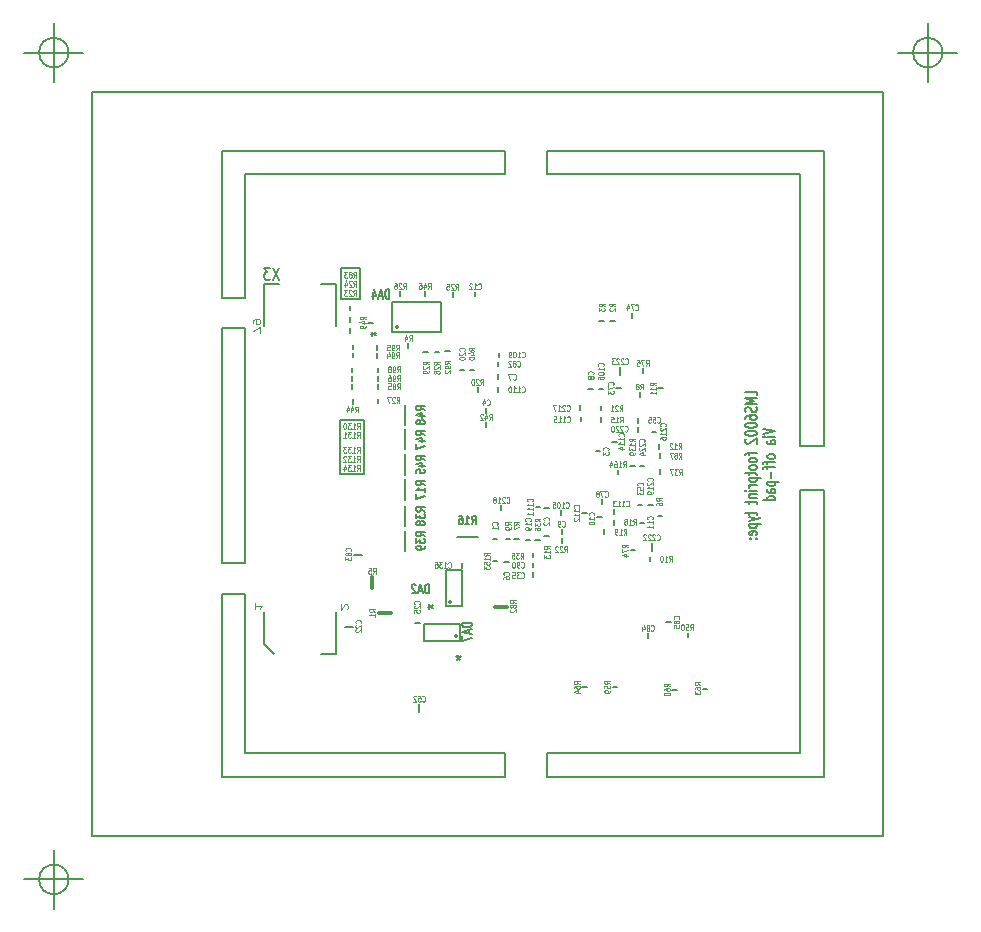
<source format=gbo>
G04 (created by PCBNEW-RS274X (2012-08-04 BZR 3667)-testing) date 10/19/2012 6:39:08 PM*
%MOIN*%
G04 Gerber Fmt 3.4, Leading zero omitted, Abs format*
%FSLAX34Y34*%
G01*
G70*
G90*
G04 APERTURE LIST*
%ADD10C,0.0017*%
%ADD11C,0.0059*%
%ADD12C,0.0049*%
%ADD13C,0.0077*%
%ADD14C,0.0117*%
%ADD15C,0.005*%
%ADD16C,0.0078*%
%ADD17C,0.0039*%
G04 APERTURE END LIST*
G54D10*
G54D11*
X64777Y-37806D02*
X64777Y-37675D01*
X64383Y-37675D01*
X64777Y-37898D02*
X64383Y-37898D01*
X64665Y-37990D01*
X64383Y-38082D01*
X64777Y-38082D01*
X64759Y-38200D02*
X64777Y-38239D01*
X64777Y-38305D01*
X64759Y-38331D01*
X64740Y-38344D01*
X64702Y-38357D01*
X64665Y-38357D01*
X64627Y-38344D01*
X64609Y-38331D01*
X64590Y-38305D01*
X64571Y-38252D01*
X64552Y-38226D01*
X64534Y-38213D01*
X64496Y-38200D01*
X64459Y-38200D01*
X64421Y-38213D01*
X64402Y-38226D01*
X64383Y-38252D01*
X64383Y-38318D01*
X64402Y-38357D01*
X64383Y-38594D02*
X64383Y-38541D01*
X64402Y-38515D01*
X64421Y-38502D01*
X64477Y-38476D01*
X64552Y-38463D01*
X64702Y-38463D01*
X64740Y-38476D01*
X64759Y-38489D01*
X64777Y-38515D01*
X64777Y-38568D01*
X64759Y-38594D01*
X64740Y-38607D01*
X64702Y-38620D01*
X64609Y-38620D01*
X64571Y-38607D01*
X64552Y-38594D01*
X64534Y-38568D01*
X64534Y-38515D01*
X64552Y-38489D01*
X64571Y-38476D01*
X64609Y-38463D01*
X64383Y-38791D02*
X64383Y-38818D01*
X64402Y-38844D01*
X64421Y-38857D01*
X64459Y-38870D01*
X64534Y-38883D01*
X64627Y-38883D01*
X64702Y-38870D01*
X64740Y-38857D01*
X64759Y-38844D01*
X64777Y-38818D01*
X64777Y-38791D01*
X64759Y-38765D01*
X64740Y-38752D01*
X64702Y-38739D01*
X64627Y-38726D01*
X64534Y-38726D01*
X64459Y-38739D01*
X64421Y-38752D01*
X64402Y-38765D01*
X64383Y-38791D01*
X64383Y-39054D02*
X64383Y-39081D01*
X64402Y-39107D01*
X64421Y-39120D01*
X64459Y-39133D01*
X64534Y-39146D01*
X64627Y-39146D01*
X64702Y-39133D01*
X64740Y-39120D01*
X64759Y-39107D01*
X64777Y-39081D01*
X64777Y-39054D01*
X64759Y-39028D01*
X64740Y-39015D01*
X64702Y-39002D01*
X64627Y-38989D01*
X64534Y-38989D01*
X64459Y-39002D01*
X64421Y-39015D01*
X64402Y-39028D01*
X64383Y-39054D01*
X64421Y-39252D02*
X64402Y-39265D01*
X64383Y-39291D01*
X64383Y-39357D01*
X64402Y-39383D01*
X64421Y-39396D01*
X64459Y-39409D01*
X64496Y-39409D01*
X64552Y-39396D01*
X64777Y-39238D01*
X64777Y-39409D01*
X64515Y-39698D02*
X64515Y-39803D01*
X64777Y-39738D02*
X64440Y-39738D01*
X64402Y-39751D01*
X64383Y-39777D01*
X64383Y-39803D01*
X64777Y-39935D02*
X64759Y-39909D01*
X64740Y-39896D01*
X64702Y-39883D01*
X64590Y-39883D01*
X64552Y-39896D01*
X64534Y-39909D01*
X64515Y-39935D01*
X64515Y-39975D01*
X64534Y-40001D01*
X64552Y-40014D01*
X64590Y-40027D01*
X64702Y-40027D01*
X64740Y-40014D01*
X64759Y-40001D01*
X64777Y-39975D01*
X64777Y-39935D01*
X64777Y-40185D02*
X64759Y-40159D01*
X64740Y-40146D01*
X64702Y-40133D01*
X64590Y-40133D01*
X64552Y-40146D01*
X64534Y-40159D01*
X64515Y-40185D01*
X64515Y-40225D01*
X64534Y-40251D01*
X64552Y-40264D01*
X64590Y-40277D01*
X64702Y-40277D01*
X64740Y-40264D01*
X64759Y-40251D01*
X64777Y-40225D01*
X64777Y-40185D01*
X64515Y-40356D02*
X64515Y-40461D01*
X64383Y-40396D02*
X64721Y-40396D01*
X64759Y-40409D01*
X64777Y-40435D01*
X64777Y-40461D01*
X64515Y-40554D02*
X64909Y-40554D01*
X64534Y-40554D02*
X64515Y-40580D01*
X64515Y-40633D01*
X64534Y-40659D01*
X64552Y-40672D01*
X64590Y-40685D01*
X64702Y-40685D01*
X64740Y-40672D01*
X64759Y-40659D01*
X64777Y-40633D01*
X64777Y-40580D01*
X64759Y-40554D01*
X64777Y-40804D02*
X64515Y-40804D01*
X64590Y-40804D02*
X64552Y-40817D01*
X64534Y-40830D01*
X64515Y-40856D01*
X64515Y-40883D01*
X64777Y-40975D02*
X64515Y-40975D01*
X64383Y-40975D02*
X64402Y-40962D01*
X64421Y-40975D01*
X64402Y-40988D01*
X64383Y-40975D01*
X64421Y-40975D01*
X64515Y-41106D02*
X64777Y-41106D01*
X64552Y-41106D02*
X64534Y-41119D01*
X64515Y-41145D01*
X64515Y-41185D01*
X64534Y-41211D01*
X64571Y-41224D01*
X64777Y-41224D01*
X64515Y-41316D02*
X64515Y-41421D01*
X64383Y-41356D02*
X64721Y-41356D01*
X64759Y-41369D01*
X64777Y-41395D01*
X64777Y-41421D01*
X64515Y-41684D02*
X64515Y-41789D01*
X64383Y-41724D02*
X64721Y-41724D01*
X64759Y-41737D01*
X64777Y-41763D01*
X64777Y-41789D01*
X64515Y-41855D02*
X64777Y-41921D01*
X64515Y-41987D02*
X64777Y-41921D01*
X64871Y-41895D01*
X64890Y-41882D01*
X64909Y-41855D01*
X64515Y-42092D02*
X64909Y-42092D01*
X64534Y-42092D02*
X64515Y-42118D01*
X64515Y-42171D01*
X64534Y-42197D01*
X64552Y-42210D01*
X64590Y-42223D01*
X64702Y-42223D01*
X64740Y-42210D01*
X64759Y-42197D01*
X64777Y-42171D01*
X64777Y-42118D01*
X64759Y-42092D01*
X64759Y-42447D02*
X64777Y-42421D01*
X64777Y-42368D01*
X64759Y-42342D01*
X64721Y-42329D01*
X64571Y-42329D01*
X64534Y-42342D01*
X64515Y-42368D01*
X64515Y-42421D01*
X64534Y-42447D01*
X64571Y-42460D01*
X64609Y-42460D01*
X64646Y-42329D01*
X64740Y-42579D02*
X64759Y-42592D01*
X64777Y-42579D01*
X64759Y-42566D01*
X64740Y-42579D01*
X64777Y-42579D01*
X64534Y-42579D02*
X64552Y-42592D01*
X64571Y-42579D01*
X64552Y-42566D01*
X64534Y-42579D01*
X64571Y-42579D01*
X64993Y-38909D02*
X65387Y-39001D01*
X64993Y-39093D01*
X65387Y-39186D02*
X65125Y-39186D01*
X64993Y-39186D02*
X65012Y-39173D01*
X65031Y-39186D01*
X65012Y-39199D01*
X64993Y-39186D01*
X65031Y-39186D01*
X65387Y-39435D02*
X65181Y-39435D01*
X65144Y-39422D01*
X65125Y-39396D01*
X65125Y-39343D01*
X65144Y-39317D01*
X65369Y-39435D02*
X65387Y-39409D01*
X65387Y-39343D01*
X65369Y-39317D01*
X65331Y-39304D01*
X65294Y-39304D01*
X65256Y-39317D01*
X65237Y-39343D01*
X65237Y-39409D01*
X65219Y-39435D01*
X65387Y-39816D02*
X65369Y-39790D01*
X65350Y-39777D01*
X65312Y-39764D01*
X65200Y-39764D01*
X65162Y-39777D01*
X65144Y-39790D01*
X65125Y-39816D01*
X65125Y-39856D01*
X65144Y-39882D01*
X65162Y-39895D01*
X65200Y-39908D01*
X65312Y-39908D01*
X65350Y-39895D01*
X65369Y-39882D01*
X65387Y-39856D01*
X65387Y-39816D01*
X65125Y-39987D02*
X65125Y-40092D01*
X65387Y-40027D02*
X65050Y-40027D01*
X65012Y-40040D01*
X64993Y-40066D01*
X64993Y-40092D01*
X65125Y-40145D02*
X65125Y-40250D01*
X65387Y-40185D02*
X65050Y-40185D01*
X65012Y-40198D01*
X64993Y-40224D01*
X64993Y-40250D01*
X65237Y-40343D02*
X65237Y-40553D01*
X65125Y-40685D02*
X65519Y-40685D01*
X65144Y-40685D02*
X65125Y-40711D01*
X65125Y-40764D01*
X65144Y-40790D01*
X65162Y-40803D01*
X65200Y-40816D01*
X65312Y-40816D01*
X65350Y-40803D01*
X65369Y-40790D01*
X65387Y-40764D01*
X65387Y-40711D01*
X65369Y-40685D01*
X65387Y-41053D02*
X65181Y-41053D01*
X65144Y-41040D01*
X65125Y-41014D01*
X65125Y-40961D01*
X65144Y-40935D01*
X65369Y-41053D02*
X65387Y-41027D01*
X65387Y-40961D01*
X65369Y-40935D01*
X65331Y-40922D01*
X65294Y-40922D01*
X65256Y-40935D01*
X65237Y-40961D01*
X65237Y-41027D01*
X65219Y-41053D01*
X65387Y-41303D02*
X64993Y-41303D01*
X65369Y-41303D02*
X65387Y-41277D01*
X65387Y-41224D01*
X65369Y-41198D01*
X65350Y-41185D01*
X65312Y-41172D01*
X65200Y-41172D01*
X65162Y-41185D01*
X65144Y-41198D01*
X65125Y-41224D01*
X65125Y-41277D01*
X65144Y-41303D01*
X41831Y-53937D02*
G75*
G03X41831Y-53937I-492J0D01*
G74*
G01*
X40355Y-53937D02*
X42323Y-53937D01*
X41339Y-52953D02*
X41339Y-54921D01*
X70964Y-26378D02*
G75*
G03X70964Y-26378I-492J0D01*
G74*
G01*
X69488Y-26378D02*
X71456Y-26378D01*
X70472Y-25394D02*
X70472Y-27362D01*
X41831Y-26378D02*
G75*
G03X41831Y-26378I-492J0D01*
G74*
G01*
X40355Y-26378D02*
X42323Y-26378D01*
X41339Y-25394D02*
X41339Y-27362D01*
G54D12*
X48214Y-35737D02*
X48214Y-35528D01*
X47979Y-35662D01*
X47979Y-35393D02*
X47979Y-35333D01*
X47991Y-35304D01*
X48002Y-35289D01*
X48035Y-35259D01*
X48080Y-35244D01*
X48170Y-35244D01*
X48192Y-35259D01*
X48203Y-35274D01*
X48214Y-35304D01*
X48214Y-35363D01*
X48203Y-35393D01*
X48192Y-35408D01*
X48170Y-35423D01*
X48114Y-35423D01*
X48091Y-35408D01*
X48080Y-35393D01*
X48069Y-35363D01*
X48069Y-35304D01*
X48080Y-35274D01*
X48091Y-35259D01*
X48114Y-35244D01*
X51114Y-44936D02*
X51125Y-44921D01*
X51136Y-44891D01*
X51136Y-44817D01*
X51125Y-44787D01*
X51114Y-44772D01*
X51092Y-44757D01*
X51069Y-44757D01*
X51036Y-44772D01*
X50901Y-44951D01*
X50901Y-44757D01*
G54D13*
X42606Y-52483D02*
X42606Y-27680D01*
X68983Y-52483D02*
X42606Y-52483D01*
X68983Y-27680D02*
X68983Y-52483D01*
X42606Y-27680D02*
X68983Y-27680D01*
X66228Y-30437D02*
X66228Y-39492D01*
X57764Y-30437D02*
X66228Y-30437D01*
X57764Y-29650D02*
X57764Y-30437D01*
X67016Y-29650D02*
X57764Y-29650D01*
X67016Y-39492D02*
X67016Y-29650D01*
X66228Y-39492D02*
X67016Y-39492D01*
X57764Y-50515D02*
X57764Y-49728D01*
X67016Y-50515D02*
X57764Y-50515D01*
X67016Y-40948D02*
X67016Y-50515D01*
X66228Y-40948D02*
X67016Y-40948D01*
X66228Y-49728D02*
X66228Y-40948D01*
X57764Y-49728D02*
X66228Y-49728D01*
X46936Y-50515D02*
X46936Y-44413D01*
X56386Y-50515D02*
X46936Y-50515D01*
X56386Y-49728D02*
X56386Y-50515D01*
X47724Y-49728D02*
X56386Y-49728D01*
X47724Y-44413D02*
X47724Y-49728D01*
X46936Y-44413D02*
X47724Y-44413D01*
X46936Y-43390D02*
X46936Y-35555D01*
X47724Y-43390D02*
X46936Y-43390D01*
X47724Y-35555D02*
X47724Y-43390D01*
X46936Y-35555D02*
X47724Y-35555D01*
X47724Y-30437D02*
X47724Y-34570D01*
X46936Y-34570D02*
X47724Y-34570D01*
X46936Y-29648D02*
X46936Y-34570D01*
X46936Y-29648D02*
X56384Y-29648D01*
X56384Y-29648D02*
X56384Y-30437D01*
X47724Y-30437D02*
X56384Y-30437D01*
G54D12*
X48039Y-44737D02*
X48039Y-44916D01*
X48039Y-44826D02*
X48274Y-44826D01*
X48241Y-44856D01*
X48218Y-44886D01*
X48207Y-44916D01*
G54D11*
X50913Y-34591D02*
X50913Y-33567D01*
X51543Y-34591D02*
X50913Y-34591D01*
X51543Y-33567D02*
X51543Y-34591D01*
X50913Y-33567D02*
X51543Y-33567D01*
X50874Y-40437D02*
X50874Y-38626D01*
X51681Y-40437D02*
X50874Y-40437D01*
X51681Y-38626D02*
X51681Y-40437D01*
X50874Y-38625D02*
X51681Y-38625D01*
G54D13*
X48847Y-34099D02*
X48354Y-34099D01*
X48354Y-35496D02*
X48354Y-34099D01*
X50754Y-35496D02*
X50754Y-34099D01*
X50754Y-46420D02*
X50754Y-45031D01*
X50754Y-34099D02*
X50262Y-34099D01*
X48354Y-46085D02*
X48354Y-45032D01*
X48689Y-46428D02*
X48354Y-46083D01*
X50754Y-46420D02*
X50261Y-46420D01*
G54D14*
X52194Y-45063D02*
X52586Y-45063D01*
X56052Y-44866D02*
X56444Y-44866D01*
G54D13*
X53721Y-34332D02*
X53721Y-34488D01*
X51327Y-36111D02*
X51327Y-36267D01*
X62480Y-45865D02*
X62480Y-45709D01*
X53146Y-36068D02*
X53146Y-36224D01*
X51808Y-35374D02*
X51964Y-35374D01*
X51217Y-35560D02*
X51217Y-35716D01*
X51303Y-37930D02*
X51303Y-38086D01*
X53662Y-36351D02*
X53818Y-36351D01*
X51327Y-36383D02*
X51327Y-36539D01*
X51291Y-37154D02*
X51291Y-37310D01*
X52154Y-37318D02*
X52154Y-37162D01*
X52126Y-36275D02*
X52126Y-36119D01*
X54188Y-36358D02*
X54032Y-36358D01*
X52130Y-38070D02*
X52130Y-37914D01*
X52894Y-34332D02*
X52894Y-34488D01*
X54379Y-36331D02*
X54535Y-36331D01*
X51295Y-37430D02*
X51295Y-37586D01*
X54638Y-34511D02*
X54638Y-34355D01*
X59528Y-35315D02*
X59684Y-35315D01*
X59883Y-35315D02*
X60039Y-35315D01*
X59117Y-47528D02*
X58961Y-47528D01*
X60125Y-47536D02*
X59969Y-47536D01*
X62114Y-47622D02*
X61958Y-47622D01*
X63129Y-47591D02*
X62973Y-47591D01*
X56562Y-42607D02*
X56406Y-42607D01*
X58272Y-42720D02*
X58272Y-42564D01*
X55473Y-37536D02*
X55473Y-37692D01*
X55206Y-36949D02*
X55362Y-36949D01*
X59567Y-38306D02*
X59567Y-38150D01*
X59673Y-42425D02*
X59673Y-42269D01*
X60016Y-42122D02*
X60016Y-41966D01*
X61528Y-39422D02*
X61528Y-39578D01*
X59567Y-38688D02*
X59567Y-38532D01*
X60560Y-40169D02*
X60716Y-40169D01*
X60154Y-40433D02*
X60154Y-40277D01*
X61543Y-40429D02*
X61543Y-40273D01*
X61473Y-41827D02*
X61629Y-41827D01*
X56686Y-42606D02*
X56842Y-42606D01*
X60882Y-37846D02*
X60882Y-37690D01*
X52150Y-37031D02*
X52150Y-36875D01*
X60568Y-42945D02*
X60724Y-42945D01*
X61213Y-43178D02*
X61213Y-43334D01*
X60980Y-37059D02*
X60980Y-36903D01*
X61649Y-37571D02*
X61493Y-37571D01*
X57846Y-42500D02*
X57690Y-42500D01*
X61536Y-39721D02*
X61536Y-39877D01*
X55756Y-38698D02*
X55756Y-38854D01*
X55973Y-43331D02*
X56129Y-43331D01*
X51225Y-34812D02*
X51225Y-34968D01*
X51225Y-35358D02*
X51225Y-35202D01*
X52154Y-37434D02*
X52154Y-37590D01*
X51291Y-36879D02*
X51291Y-37035D01*
X52126Y-36547D02*
X52126Y-36391D01*
X57299Y-43044D02*
X57299Y-43200D01*
X57387Y-42634D02*
X57543Y-42634D01*
X51610Y-43110D02*
X51336Y-43110D01*
X60225Y-36847D02*
X60225Y-37121D01*
X53524Y-48365D02*
X53524Y-48091D01*
X61288Y-42984D02*
X61288Y-42710D01*
X51032Y-45520D02*
X51306Y-45520D01*
X61306Y-41449D02*
X61150Y-41449D01*
X61027Y-40169D02*
X60871Y-40169D01*
X60956Y-41449D02*
X60800Y-41449D01*
X60811Y-38712D02*
X60811Y-38556D01*
X56260Y-41467D02*
X56260Y-41623D01*
X60811Y-39023D02*
X60811Y-38867D01*
X55969Y-42603D02*
X56125Y-42603D01*
X54953Y-43399D02*
X54953Y-43555D01*
X57323Y-43705D02*
X57323Y-43861D01*
X56158Y-37688D02*
X56158Y-37532D01*
X57323Y-43375D02*
X57323Y-43531D01*
X57072Y-42622D02*
X57228Y-42622D01*
X55386Y-34503D02*
X55386Y-34347D01*
X60622Y-35208D02*
X60622Y-35052D01*
X61905Y-45366D02*
X61749Y-45366D01*
X61142Y-45733D02*
X61142Y-45889D01*
X59617Y-41870D02*
X59461Y-41870D01*
X55027Y-36949D02*
X54871Y-36949D01*
X57846Y-41544D02*
X57690Y-41544D01*
X57562Y-41540D02*
X57406Y-41540D01*
X59554Y-39666D02*
X59398Y-39666D01*
X55752Y-38221D02*
X55752Y-38377D01*
X56359Y-43343D02*
X56515Y-43343D01*
X58890Y-38139D02*
X58890Y-38295D01*
X58898Y-38517D02*
X58898Y-38673D01*
X61421Y-39032D02*
X61265Y-39032D01*
X59961Y-39346D02*
X60117Y-39346D01*
X59113Y-41722D02*
X58957Y-41722D01*
X60240Y-37555D02*
X60084Y-37555D01*
X60028Y-41607D02*
X60028Y-41763D01*
X60863Y-42067D02*
X61019Y-42067D01*
X56158Y-37247D02*
X56158Y-37091D01*
X56154Y-36834D02*
X56154Y-36678D01*
X56165Y-36531D02*
X56165Y-36375D01*
X59314Y-37603D02*
X59158Y-37603D01*
X59657Y-37603D02*
X59501Y-37603D01*
X58264Y-42417D02*
X58264Y-42261D01*
X58256Y-41795D02*
X58256Y-41639D01*
X53391Y-45402D02*
X53547Y-45402D01*
X59622Y-41421D02*
X59622Y-41265D01*
G54D14*
X51957Y-43848D02*
X51957Y-44240D01*
X54550Y-44697D02*
X54550Y-44693D01*
G54D15*
X54959Y-43628D02*
X54409Y-43628D01*
X54409Y-43628D02*
X54409Y-44828D01*
X54409Y-44828D02*
X54959Y-44828D01*
X54959Y-44828D02*
X54959Y-43628D01*
G54D14*
X54740Y-45834D02*
X54736Y-45834D01*
G54D15*
X53671Y-45425D02*
X53671Y-45975D01*
X53671Y-45975D02*
X54871Y-45975D01*
X54871Y-45975D02*
X54871Y-45425D01*
X54871Y-45425D02*
X53671Y-45425D01*
G54D14*
X52787Y-35516D02*
X52787Y-35508D01*
G54D16*
X54259Y-34701D02*
X54259Y-35685D01*
X54259Y-35685D02*
X52607Y-35685D01*
X52607Y-34701D02*
X54259Y-34701D01*
X52607Y-35685D02*
X52607Y-34701D01*
G54D11*
X53059Y-38791D02*
X53059Y-38123D01*
X53059Y-39606D02*
X53059Y-38938D01*
X53059Y-40441D02*
X53059Y-39773D01*
X53059Y-41275D02*
X53059Y-40607D01*
X53059Y-42161D02*
X53059Y-41493D01*
X53059Y-42980D02*
X53059Y-42312D01*
X55464Y-42516D02*
X54796Y-42516D01*
G54D16*
X48845Y-33554D02*
X48636Y-33947D01*
X48636Y-33554D02*
X48845Y-33947D01*
X48546Y-33554D02*
X48352Y-33554D01*
X48456Y-33703D01*
X48412Y-33703D01*
X48382Y-33722D01*
X48367Y-33741D01*
X48352Y-33778D01*
X48352Y-33872D01*
X48367Y-33909D01*
X48382Y-33928D01*
X48412Y-33947D01*
X48501Y-33947D01*
X48531Y-33928D01*
X48546Y-33909D01*
G54D17*
X52055Y-45026D02*
X51963Y-44974D01*
X52055Y-44936D02*
X51860Y-44936D01*
X51860Y-44996D01*
X51870Y-45011D01*
X51879Y-45019D01*
X51898Y-45026D01*
X51925Y-45026D01*
X51944Y-45019D01*
X51953Y-45011D01*
X51963Y-44996D01*
X51963Y-44936D01*
X52055Y-45176D02*
X52055Y-45086D01*
X52055Y-45131D02*
X51860Y-45131D01*
X51888Y-45116D01*
X51907Y-45101D01*
X51916Y-45086D01*
X56743Y-44729D02*
X56651Y-44677D01*
X56743Y-44639D02*
X56548Y-44639D01*
X56548Y-44699D01*
X56558Y-44714D01*
X56567Y-44722D01*
X56586Y-44729D01*
X56613Y-44729D01*
X56632Y-44722D01*
X56641Y-44714D01*
X56651Y-44699D01*
X56651Y-44639D01*
X56632Y-44819D02*
X56623Y-44804D01*
X56613Y-44796D01*
X56595Y-44789D01*
X56586Y-44789D01*
X56567Y-44796D01*
X56558Y-44804D01*
X56548Y-44819D01*
X56548Y-44849D01*
X56558Y-44864D01*
X56567Y-44871D01*
X56586Y-44879D01*
X56595Y-44879D01*
X56613Y-44871D01*
X56623Y-44864D01*
X56632Y-44849D01*
X56632Y-44819D01*
X56641Y-44804D01*
X56651Y-44796D01*
X56669Y-44789D01*
X56706Y-44789D01*
X56725Y-44796D01*
X56734Y-44804D01*
X56743Y-44819D01*
X56743Y-44849D01*
X56734Y-44864D01*
X56725Y-44871D01*
X56706Y-44879D01*
X56669Y-44879D01*
X56651Y-44871D01*
X56641Y-44864D01*
X56632Y-44849D01*
X56567Y-44939D02*
X56558Y-44946D01*
X56548Y-44961D01*
X56548Y-44999D01*
X56558Y-45014D01*
X56567Y-45021D01*
X56586Y-45029D01*
X56604Y-45029D01*
X56632Y-45021D01*
X56743Y-44931D01*
X56743Y-45029D01*
X53810Y-34255D02*
X53862Y-34163D01*
X53900Y-34255D02*
X53900Y-34060D01*
X53840Y-34060D01*
X53825Y-34070D01*
X53817Y-34079D01*
X53810Y-34098D01*
X53810Y-34125D01*
X53817Y-34144D01*
X53825Y-34153D01*
X53840Y-34163D01*
X53900Y-34163D01*
X53675Y-34125D02*
X53675Y-34255D01*
X53713Y-34051D02*
X53750Y-34190D01*
X53653Y-34190D01*
X53525Y-34060D02*
X53555Y-34060D01*
X53570Y-34070D01*
X53578Y-34079D01*
X53593Y-34107D01*
X53600Y-34144D01*
X53600Y-34218D01*
X53593Y-34237D01*
X53585Y-34246D01*
X53570Y-34255D01*
X53540Y-34255D01*
X53525Y-34246D01*
X53518Y-34237D01*
X53510Y-34218D01*
X53510Y-34172D01*
X53518Y-34153D01*
X53525Y-34144D01*
X53540Y-34135D01*
X53570Y-34135D01*
X53585Y-34144D01*
X53593Y-34153D01*
X53600Y-34172D01*
X51444Y-38921D02*
X51496Y-38829D01*
X51534Y-38921D02*
X51534Y-38726D01*
X51474Y-38726D01*
X51459Y-38736D01*
X51451Y-38745D01*
X51444Y-38764D01*
X51444Y-38791D01*
X51451Y-38810D01*
X51459Y-38819D01*
X51474Y-38829D01*
X51534Y-38829D01*
X51294Y-38921D02*
X51384Y-38921D01*
X51339Y-38921D02*
X51339Y-38726D01*
X51354Y-38754D01*
X51369Y-38773D01*
X51384Y-38782D01*
X51242Y-38726D02*
X51144Y-38726D01*
X51197Y-38801D01*
X51174Y-38801D01*
X51159Y-38810D01*
X51152Y-38819D01*
X51144Y-38838D01*
X51144Y-38884D01*
X51152Y-38903D01*
X51159Y-38912D01*
X51174Y-38921D01*
X51219Y-38921D01*
X51234Y-38912D01*
X51242Y-38903D01*
X51047Y-38726D02*
X51032Y-38726D01*
X51017Y-38736D01*
X51009Y-38745D01*
X51002Y-38764D01*
X50994Y-38801D01*
X50994Y-38847D01*
X51002Y-38884D01*
X51009Y-38903D01*
X51017Y-38912D01*
X51032Y-38921D01*
X51047Y-38921D01*
X51062Y-38912D01*
X51069Y-38903D01*
X51077Y-38884D01*
X51084Y-38847D01*
X51084Y-38801D01*
X51077Y-38764D01*
X51069Y-38745D01*
X51062Y-38736D01*
X51047Y-38726D01*
X62554Y-45628D02*
X62606Y-45536D01*
X62644Y-45628D02*
X62644Y-45433D01*
X62584Y-45433D01*
X62569Y-45443D01*
X62561Y-45452D01*
X62554Y-45471D01*
X62554Y-45498D01*
X62561Y-45517D01*
X62569Y-45526D01*
X62584Y-45536D01*
X62644Y-45536D01*
X62412Y-45433D02*
X62487Y-45433D01*
X62494Y-45526D01*
X62487Y-45517D01*
X62472Y-45508D01*
X62434Y-45508D01*
X62419Y-45517D01*
X62412Y-45526D01*
X62404Y-45545D01*
X62404Y-45591D01*
X62412Y-45610D01*
X62419Y-45619D01*
X62434Y-45628D01*
X62472Y-45628D01*
X62487Y-45619D01*
X62494Y-45610D01*
X62307Y-45433D02*
X62292Y-45433D01*
X62277Y-45443D01*
X62269Y-45452D01*
X62262Y-45471D01*
X62254Y-45508D01*
X62254Y-45554D01*
X62262Y-45591D01*
X62269Y-45610D01*
X62277Y-45619D01*
X62292Y-45628D01*
X62307Y-45628D01*
X62322Y-45619D01*
X62329Y-45610D01*
X62337Y-45591D01*
X62344Y-45554D01*
X62344Y-45508D01*
X62337Y-45471D01*
X62329Y-45452D01*
X62322Y-45443D01*
X62307Y-45433D01*
X53188Y-35984D02*
X53240Y-35892D01*
X53278Y-35984D02*
X53278Y-35789D01*
X53218Y-35789D01*
X53203Y-35799D01*
X53195Y-35808D01*
X53188Y-35827D01*
X53188Y-35854D01*
X53195Y-35873D01*
X53203Y-35882D01*
X53218Y-35892D01*
X53278Y-35892D01*
X53053Y-35854D02*
X53053Y-35984D01*
X53091Y-35780D02*
X53128Y-35919D01*
X53031Y-35919D01*
X51732Y-35269D02*
X51640Y-35217D01*
X51732Y-35179D02*
X51537Y-35179D01*
X51537Y-35239D01*
X51547Y-35254D01*
X51556Y-35262D01*
X51575Y-35269D01*
X51602Y-35269D01*
X51621Y-35262D01*
X51630Y-35254D01*
X51640Y-35239D01*
X51640Y-35179D01*
X51602Y-35404D02*
X51732Y-35404D01*
X51528Y-35366D02*
X51667Y-35329D01*
X51667Y-35426D01*
X51732Y-35494D02*
X51732Y-35524D01*
X51723Y-35539D01*
X51714Y-35546D01*
X51686Y-35561D01*
X51649Y-35569D01*
X51575Y-35569D01*
X51556Y-35561D01*
X51547Y-35554D01*
X51537Y-35539D01*
X51537Y-35509D01*
X51547Y-35494D01*
X51556Y-35486D01*
X51575Y-35479D01*
X51621Y-35479D01*
X51640Y-35486D01*
X51649Y-35494D01*
X51658Y-35509D01*
X51658Y-35539D01*
X51649Y-35554D01*
X51640Y-35561D01*
X51621Y-35569D01*
X51329Y-34492D02*
X51381Y-34400D01*
X51419Y-34492D02*
X51419Y-34297D01*
X51359Y-34297D01*
X51344Y-34307D01*
X51336Y-34316D01*
X51329Y-34335D01*
X51329Y-34362D01*
X51336Y-34381D01*
X51344Y-34390D01*
X51359Y-34400D01*
X51419Y-34400D01*
X51269Y-34316D02*
X51262Y-34307D01*
X51247Y-34297D01*
X51209Y-34297D01*
X51194Y-34307D01*
X51187Y-34316D01*
X51179Y-34335D01*
X51179Y-34353D01*
X51187Y-34381D01*
X51277Y-34492D01*
X51179Y-34492D01*
X51127Y-34297D02*
X51029Y-34297D01*
X51082Y-34372D01*
X51059Y-34372D01*
X51044Y-34381D01*
X51037Y-34390D01*
X51029Y-34409D01*
X51029Y-34455D01*
X51037Y-34474D01*
X51044Y-34483D01*
X51059Y-34492D01*
X51104Y-34492D01*
X51119Y-34483D01*
X51127Y-34474D01*
X51389Y-38370D02*
X51441Y-38278D01*
X51479Y-38370D02*
X51479Y-38175D01*
X51419Y-38175D01*
X51404Y-38185D01*
X51396Y-38194D01*
X51389Y-38213D01*
X51389Y-38240D01*
X51396Y-38259D01*
X51404Y-38268D01*
X51419Y-38278D01*
X51479Y-38278D01*
X51254Y-38240D02*
X51254Y-38370D01*
X51292Y-38166D02*
X51329Y-38305D01*
X51232Y-38305D01*
X51104Y-38240D02*
X51104Y-38370D01*
X51142Y-38166D02*
X51179Y-38305D01*
X51082Y-38305D01*
X53838Y-36773D02*
X53746Y-36721D01*
X53838Y-36683D02*
X53643Y-36683D01*
X53643Y-36743D01*
X53653Y-36758D01*
X53662Y-36766D01*
X53681Y-36773D01*
X53708Y-36773D01*
X53727Y-36766D01*
X53736Y-36758D01*
X53746Y-36743D01*
X53746Y-36683D01*
X53662Y-36833D02*
X53653Y-36840D01*
X53643Y-36855D01*
X53643Y-36893D01*
X53653Y-36908D01*
X53662Y-36915D01*
X53681Y-36923D01*
X53699Y-36923D01*
X53727Y-36915D01*
X53838Y-36825D01*
X53838Y-36923D01*
X53838Y-36998D02*
X53838Y-37028D01*
X53829Y-37043D01*
X53820Y-37050D01*
X53792Y-37065D01*
X53755Y-37073D01*
X53681Y-37073D01*
X53662Y-37065D01*
X53653Y-37058D01*
X53643Y-37043D01*
X53643Y-37013D01*
X53653Y-36998D01*
X53662Y-36990D01*
X53681Y-36983D01*
X53727Y-36983D01*
X53746Y-36990D01*
X53755Y-36998D01*
X53764Y-37013D01*
X53764Y-37043D01*
X53755Y-37058D01*
X53746Y-37065D01*
X53727Y-37073D01*
X51444Y-39216D02*
X51496Y-39124D01*
X51534Y-39216D02*
X51534Y-39021D01*
X51474Y-39021D01*
X51459Y-39031D01*
X51451Y-39040D01*
X51444Y-39059D01*
X51444Y-39086D01*
X51451Y-39105D01*
X51459Y-39114D01*
X51474Y-39124D01*
X51534Y-39124D01*
X51294Y-39216D02*
X51384Y-39216D01*
X51339Y-39216D02*
X51339Y-39021D01*
X51354Y-39049D01*
X51369Y-39068D01*
X51384Y-39077D01*
X51242Y-39021D02*
X51144Y-39021D01*
X51197Y-39096D01*
X51174Y-39096D01*
X51159Y-39105D01*
X51152Y-39114D01*
X51144Y-39133D01*
X51144Y-39179D01*
X51152Y-39198D01*
X51159Y-39207D01*
X51174Y-39216D01*
X51219Y-39216D01*
X51234Y-39207D01*
X51242Y-39198D01*
X50994Y-39216D02*
X51084Y-39216D01*
X51039Y-39216D02*
X51039Y-39021D01*
X51054Y-39049D01*
X51069Y-39068D01*
X51084Y-39077D01*
X51444Y-40023D02*
X51496Y-39931D01*
X51534Y-40023D02*
X51534Y-39828D01*
X51474Y-39828D01*
X51459Y-39838D01*
X51451Y-39847D01*
X51444Y-39866D01*
X51444Y-39893D01*
X51451Y-39912D01*
X51459Y-39921D01*
X51474Y-39931D01*
X51534Y-39931D01*
X51294Y-40023D02*
X51384Y-40023D01*
X51339Y-40023D02*
X51339Y-39828D01*
X51354Y-39856D01*
X51369Y-39875D01*
X51384Y-39884D01*
X51242Y-39828D02*
X51144Y-39828D01*
X51197Y-39903D01*
X51174Y-39903D01*
X51159Y-39912D01*
X51152Y-39921D01*
X51144Y-39940D01*
X51144Y-39986D01*
X51152Y-40005D01*
X51159Y-40014D01*
X51174Y-40023D01*
X51219Y-40023D01*
X51234Y-40014D01*
X51242Y-40005D01*
X51084Y-39847D02*
X51077Y-39838D01*
X51062Y-39828D01*
X51024Y-39828D01*
X51009Y-39838D01*
X51002Y-39847D01*
X50994Y-39866D01*
X50994Y-39884D01*
X51002Y-39912D01*
X51092Y-40023D01*
X50994Y-40023D01*
X52786Y-37326D02*
X52838Y-37234D01*
X52876Y-37326D02*
X52876Y-37131D01*
X52816Y-37131D01*
X52801Y-37141D01*
X52793Y-37150D01*
X52786Y-37169D01*
X52786Y-37196D01*
X52793Y-37215D01*
X52801Y-37224D01*
X52816Y-37234D01*
X52876Y-37234D01*
X52711Y-37326D02*
X52681Y-37326D01*
X52666Y-37317D01*
X52659Y-37308D01*
X52644Y-37280D01*
X52636Y-37243D01*
X52636Y-37169D01*
X52644Y-37150D01*
X52651Y-37141D01*
X52666Y-37131D01*
X52696Y-37131D01*
X52711Y-37141D01*
X52719Y-37150D01*
X52726Y-37169D01*
X52726Y-37215D01*
X52719Y-37234D01*
X52711Y-37243D01*
X52696Y-37252D01*
X52666Y-37252D01*
X52651Y-37243D01*
X52644Y-37234D01*
X52636Y-37215D01*
X52501Y-37131D02*
X52531Y-37131D01*
X52546Y-37141D01*
X52554Y-37150D01*
X52569Y-37178D01*
X52576Y-37215D01*
X52576Y-37289D01*
X52569Y-37308D01*
X52561Y-37317D01*
X52546Y-37326D01*
X52516Y-37326D01*
X52501Y-37317D01*
X52494Y-37308D01*
X52486Y-37289D01*
X52486Y-37243D01*
X52494Y-37224D01*
X52501Y-37215D01*
X52516Y-37206D01*
X52546Y-37206D01*
X52561Y-37215D01*
X52569Y-37224D01*
X52576Y-37243D01*
X52747Y-36303D02*
X52799Y-36211D01*
X52837Y-36303D02*
X52837Y-36108D01*
X52777Y-36108D01*
X52762Y-36118D01*
X52754Y-36127D01*
X52747Y-36146D01*
X52747Y-36173D01*
X52754Y-36192D01*
X52762Y-36201D01*
X52777Y-36211D01*
X52837Y-36211D01*
X52672Y-36303D02*
X52642Y-36303D01*
X52627Y-36294D01*
X52620Y-36285D01*
X52605Y-36257D01*
X52597Y-36220D01*
X52597Y-36146D01*
X52605Y-36127D01*
X52612Y-36118D01*
X52627Y-36108D01*
X52657Y-36108D01*
X52672Y-36118D01*
X52680Y-36127D01*
X52687Y-36146D01*
X52687Y-36192D01*
X52680Y-36211D01*
X52672Y-36220D01*
X52657Y-36229D01*
X52627Y-36229D01*
X52612Y-36220D01*
X52605Y-36211D01*
X52597Y-36192D01*
X52455Y-36108D02*
X52530Y-36108D01*
X52537Y-36201D01*
X52530Y-36192D01*
X52515Y-36183D01*
X52477Y-36183D01*
X52462Y-36192D01*
X52455Y-36201D01*
X52447Y-36220D01*
X52447Y-36266D01*
X52455Y-36285D01*
X52462Y-36294D01*
X52477Y-36303D01*
X52515Y-36303D01*
X52530Y-36294D01*
X52537Y-36285D01*
X54204Y-36780D02*
X54112Y-36728D01*
X54204Y-36690D02*
X54009Y-36690D01*
X54009Y-36750D01*
X54019Y-36765D01*
X54028Y-36773D01*
X54047Y-36780D01*
X54074Y-36780D01*
X54093Y-36773D01*
X54102Y-36765D01*
X54112Y-36750D01*
X54112Y-36690D01*
X54028Y-36840D02*
X54019Y-36847D01*
X54009Y-36862D01*
X54009Y-36900D01*
X54019Y-36915D01*
X54028Y-36922D01*
X54047Y-36930D01*
X54065Y-36930D01*
X54093Y-36922D01*
X54204Y-36832D01*
X54204Y-36930D01*
X54093Y-37020D02*
X54084Y-37005D01*
X54074Y-36997D01*
X54056Y-36990D01*
X54047Y-36990D01*
X54028Y-36997D01*
X54019Y-37005D01*
X54009Y-37020D01*
X54009Y-37050D01*
X54019Y-37065D01*
X54028Y-37072D01*
X54047Y-37080D01*
X54056Y-37080D01*
X54074Y-37072D01*
X54084Y-37065D01*
X54093Y-37050D01*
X54093Y-37020D01*
X54102Y-37005D01*
X54112Y-36997D01*
X54130Y-36990D01*
X54167Y-36990D01*
X54186Y-36997D01*
X54195Y-37005D01*
X54204Y-37020D01*
X54204Y-37050D01*
X54195Y-37065D01*
X54186Y-37072D01*
X54167Y-37080D01*
X54130Y-37080D01*
X54112Y-37072D01*
X54102Y-37065D01*
X54093Y-37050D01*
X52766Y-38055D02*
X52818Y-37963D01*
X52856Y-38055D02*
X52856Y-37860D01*
X52796Y-37860D01*
X52781Y-37870D01*
X52773Y-37879D01*
X52766Y-37898D01*
X52766Y-37925D01*
X52773Y-37944D01*
X52781Y-37953D01*
X52796Y-37963D01*
X52856Y-37963D01*
X52706Y-37879D02*
X52699Y-37870D01*
X52684Y-37860D01*
X52646Y-37860D01*
X52631Y-37870D01*
X52624Y-37879D01*
X52616Y-37898D01*
X52616Y-37916D01*
X52624Y-37944D01*
X52714Y-38055D01*
X52616Y-38055D01*
X52564Y-37860D02*
X52459Y-37860D01*
X52526Y-38055D01*
X52983Y-34255D02*
X53035Y-34163D01*
X53073Y-34255D02*
X53073Y-34060D01*
X53013Y-34060D01*
X52998Y-34070D01*
X52990Y-34079D01*
X52983Y-34098D01*
X52983Y-34125D01*
X52990Y-34144D01*
X52998Y-34153D01*
X53013Y-34163D01*
X53073Y-34163D01*
X52923Y-34079D02*
X52916Y-34070D01*
X52901Y-34060D01*
X52863Y-34060D01*
X52848Y-34070D01*
X52841Y-34079D01*
X52833Y-34098D01*
X52833Y-34116D01*
X52841Y-34144D01*
X52931Y-34255D01*
X52833Y-34255D01*
X52698Y-34060D02*
X52728Y-34060D01*
X52743Y-34070D01*
X52751Y-34079D01*
X52766Y-34107D01*
X52773Y-34144D01*
X52773Y-34218D01*
X52766Y-34237D01*
X52758Y-34246D01*
X52743Y-34255D01*
X52713Y-34255D01*
X52698Y-34246D01*
X52691Y-34237D01*
X52683Y-34218D01*
X52683Y-34172D01*
X52691Y-34153D01*
X52698Y-34144D01*
X52713Y-34135D01*
X52743Y-34135D01*
X52758Y-34144D01*
X52766Y-34153D01*
X52773Y-34172D01*
X54558Y-36753D02*
X54466Y-36701D01*
X54558Y-36663D02*
X54363Y-36663D01*
X54363Y-36723D01*
X54373Y-36738D01*
X54382Y-36746D01*
X54401Y-36753D01*
X54428Y-36753D01*
X54447Y-36746D01*
X54456Y-36738D01*
X54466Y-36723D01*
X54466Y-36663D01*
X54558Y-36828D02*
X54558Y-36858D01*
X54549Y-36873D01*
X54540Y-36880D01*
X54512Y-36895D01*
X54475Y-36903D01*
X54401Y-36903D01*
X54382Y-36895D01*
X54373Y-36888D01*
X54363Y-36873D01*
X54363Y-36843D01*
X54373Y-36828D01*
X54382Y-36820D01*
X54401Y-36813D01*
X54447Y-36813D01*
X54466Y-36820D01*
X54475Y-36828D01*
X54484Y-36843D01*
X54484Y-36873D01*
X54475Y-36888D01*
X54466Y-36895D01*
X54447Y-36903D01*
X54382Y-36963D02*
X54373Y-36970D01*
X54363Y-36985D01*
X54363Y-37023D01*
X54373Y-37038D01*
X54382Y-37045D01*
X54401Y-37053D01*
X54419Y-37053D01*
X54447Y-37045D01*
X54558Y-36955D01*
X54558Y-37053D01*
X51444Y-40318D02*
X51496Y-40226D01*
X51534Y-40318D02*
X51534Y-40123D01*
X51474Y-40123D01*
X51459Y-40133D01*
X51451Y-40142D01*
X51444Y-40161D01*
X51444Y-40188D01*
X51451Y-40207D01*
X51459Y-40216D01*
X51474Y-40226D01*
X51534Y-40226D01*
X51294Y-40318D02*
X51384Y-40318D01*
X51339Y-40318D02*
X51339Y-40123D01*
X51354Y-40151D01*
X51369Y-40170D01*
X51384Y-40179D01*
X51242Y-40123D02*
X51144Y-40123D01*
X51197Y-40198D01*
X51174Y-40198D01*
X51159Y-40207D01*
X51152Y-40216D01*
X51144Y-40235D01*
X51144Y-40281D01*
X51152Y-40300D01*
X51159Y-40309D01*
X51174Y-40318D01*
X51219Y-40318D01*
X51234Y-40309D01*
X51242Y-40300D01*
X51009Y-40188D02*
X51009Y-40318D01*
X51047Y-40114D02*
X51084Y-40253D01*
X50987Y-40253D01*
X54724Y-34278D02*
X54776Y-34186D01*
X54814Y-34278D02*
X54814Y-34083D01*
X54754Y-34083D01*
X54739Y-34093D01*
X54731Y-34102D01*
X54724Y-34121D01*
X54724Y-34148D01*
X54731Y-34167D01*
X54739Y-34176D01*
X54754Y-34186D01*
X54814Y-34186D01*
X54664Y-34102D02*
X54657Y-34093D01*
X54642Y-34083D01*
X54604Y-34083D01*
X54589Y-34093D01*
X54582Y-34102D01*
X54574Y-34121D01*
X54574Y-34139D01*
X54582Y-34167D01*
X54672Y-34278D01*
X54574Y-34278D01*
X54432Y-34083D02*
X54507Y-34083D01*
X54514Y-34176D01*
X54507Y-34167D01*
X54492Y-34158D01*
X54454Y-34158D01*
X54439Y-34167D01*
X54432Y-34176D01*
X54424Y-34195D01*
X54424Y-34241D01*
X54432Y-34260D01*
X54439Y-34269D01*
X54454Y-34278D01*
X54492Y-34278D01*
X54507Y-34269D01*
X54514Y-34260D01*
X59699Y-34833D02*
X59607Y-34781D01*
X59699Y-34743D02*
X59504Y-34743D01*
X59504Y-34803D01*
X59514Y-34818D01*
X59523Y-34826D01*
X59542Y-34833D01*
X59569Y-34833D01*
X59588Y-34826D01*
X59597Y-34818D01*
X59607Y-34803D01*
X59607Y-34743D01*
X59504Y-34885D02*
X59504Y-34983D01*
X59579Y-34930D01*
X59579Y-34953D01*
X59588Y-34968D01*
X59597Y-34975D01*
X59616Y-34983D01*
X59662Y-34983D01*
X59681Y-34975D01*
X59690Y-34968D01*
X59699Y-34953D01*
X59699Y-34908D01*
X59690Y-34893D01*
X59681Y-34885D01*
X60054Y-34833D02*
X59962Y-34781D01*
X60054Y-34743D02*
X59859Y-34743D01*
X59859Y-34803D01*
X59869Y-34818D01*
X59878Y-34826D01*
X59897Y-34833D01*
X59924Y-34833D01*
X59943Y-34826D01*
X59952Y-34818D01*
X59962Y-34803D01*
X59962Y-34743D01*
X59878Y-34893D02*
X59869Y-34900D01*
X59859Y-34915D01*
X59859Y-34953D01*
X59869Y-34968D01*
X59878Y-34975D01*
X59897Y-34983D01*
X59915Y-34983D01*
X59943Y-34975D01*
X60054Y-34885D01*
X60054Y-34983D01*
X58877Y-47427D02*
X58785Y-47375D01*
X58877Y-47337D02*
X58682Y-47337D01*
X58682Y-47397D01*
X58692Y-47412D01*
X58701Y-47420D01*
X58720Y-47427D01*
X58747Y-47427D01*
X58766Y-47420D01*
X58775Y-47412D01*
X58785Y-47397D01*
X58785Y-47337D01*
X58682Y-47562D02*
X58682Y-47532D01*
X58692Y-47517D01*
X58701Y-47509D01*
X58729Y-47494D01*
X58766Y-47487D01*
X58840Y-47487D01*
X58859Y-47494D01*
X58868Y-47502D01*
X58877Y-47517D01*
X58877Y-47547D01*
X58868Y-47562D01*
X58859Y-47569D01*
X58840Y-47577D01*
X58794Y-47577D01*
X58775Y-47569D01*
X58766Y-47562D01*
X58757Y-47547D01*
X58757Y-47517D01*
X58766Y-47502D01*
X58775Y-47494D01*
X58794Y-47487D01*
X58747Y-47712D02*
X58877Y-47712D01*
X58673Y-47674D02*
X58812Y-47637D01*
X58812Y-47734D01*
X59885Y-47419D02*
X59793Y-47367D01*
X59885Y-47329D02*
X59690Y-47329D01*
X59690Y-47389D01*
X59700Y-47404D01*
X59709Y-47412D01*
X59728Y-47419D01*
X59755Y-47419D01*
X59774Y-47412D01*
X59783Y-47404D01*
X59793Y-47389D01*
X59793Y-47329D01*
X59690Y-47561D02*
X59690Y-47486D01*
X59783Y-47479D01*
X59774Y-47486D01*
X59765Y-47501D01*
X59765Y-47539D01*
X59774Y-47554D01*
X59783Y-47561D01*
X59802Y-47569D01*
X59848Y-47569D01*
X59867Y-47561D01*
X59876Y-47554D01*
X59885Y-47539D01*
X59885Y-47501D01*
X59876Y-47486D01*
X59867Y-47479D01*
X59885Y-47644D02*
X59885Y-47674D01*
X59876Y-47689D01*
X59867Y-47696D01*
X59839Y-47711D01*
X59802Y-47719D01*
X59728Y-47719D01*
X59709Y-47711D01*
X59700Y-47704D01*
X59690Y-47689D01*
X59690Y-47659D01*
X59700Y-47644D01*
X59709Y-47636D01*
X59728Y-47629D01*
X59774Y-47629D01*
X59793Y-47636D01*
X59802Y-47644D01*
X59811Y-47659D01*
X59811Y-47689D01*
X59802Y-47704D01*
X59793Y-47711D01*
X59774Y-47719D01*
X61878Y-47501D02*
X61786Y-47449D01*
X61878Y-47411D02*
X61683Y-47411D01*
X61683Y-47471D01*
X61693Y-47486D01*
X61702Y-47494D01*
X61721Y-47501D01*
X61748Y-47501D01*
X61767Y-47494D01*
X61776Y-47486D01*
X61786Y-47471D01*
X61786Y-47411D01*
X61683Y-47636D02*
X61683Y-47606D01*
X61693Y-47591D01*
X61702Y-47583D01*
X61730Y-47568D01*
X61767Y-47561D01*
X61841Y-47561D01*
X61860Y-47568D01*
X61869Y-47576D01*
X61878Y-47591D01*
X61878Y-47621D01*
X61869Y-47636D01*
X61860Y-47643D01*
X61841Y-47651D01*
X61795Y-47651D01*
X61776Y-47643D01*
X61767Y-47636D01*
X61758Y-47621D01*
X61758Y-47591D01*
X61767Y-47576D01*
X61776Y-47568D01*
X61795Y-47561D01*
X61683Y-47748D02*
X61683Y-47763D01*
X61693Y-47778D01*
X61702Y-47786D01*
X61721Y-47793D01*
X61758Y-47801D01*
X61804Y-47801D01*
X61841Y-47793D01*
X61860Y-47786D01*
X61869Y-47778D01*
X61878Y-47763D01*
X61878Y-47748D01*
X61869Y-47733D01*
X61860Y-47726D01*
X61841Y-47718D01*
X61804Y-47711D01*
X61758Y-47711D01*
X61721Y-47718D01*
X61702Y-47726D01*
X61693Y-47733D01*
X61683Y-47748D01*
X62893Y-47463D02*
X62801Y-47411D01*
X62893Y-47373D02*
X62698Y-47373D01*
X62698Y-47433D01*
X62708Y-47448D01*
X62717Y-47456D01*
X62736Y-47463D01*
X62763Y-47463D01*
X62782Y-47456D01*
X62791Y-47448D01*
X62801Y-47433D01*
X62801Y-47373D01*
X62698Y-47598D02*
X62698Y-47568D01*
X62708Y-47553D01*
X62717Y-47545D01*
X62745Y-47530D01*
X62782Y-47523D01*
X62856Y-47523D01*
X62875Y-47530D01*
X62884Y-47538D01*
X62893Y-47553D01*
X62893Y-47583D01*
X62884Y-47598D01*
X62875Y-47605D01*
X62856Y-47613D01*
X62810Y-47613D01*
X62791Y-47605D01*
X62782Y-47598D01*
X62773Y-47583D01*
X62773Y-47553D01*
X62782Y-47538D01*
X62791Y-47530D01*
X62810Y-47523D01*
X62698Y-47665D02*
X62698Y-47763D01*
X62773Y-47710D01*
X62773Y-47733D01*
X62782Y-47748D01*
X62791Y-47755D01*
X62810Y-47763D01*
X62856Y-47763D01*
X62875Y-47755D01*
X62884Y-47748D01*
X62893Y-47733D01*
X62893Y-47688D01*
X62884Y-47673D01*
X62875Y-47665D01*
X56578Y-42124D02*
X56486Y-42072D01*
X56578Y-42034D02*
X56383Y-42034D01*
X56383Y-42094D01*
X56393Y-42109D01*
X56402Y-42117D01*
X56421Y-42124D01*
X56448Y-42124D01*
X56467Y-42117D01*
X56476Y-42109D01*
X56486Y-42094D01*
X56486Y-42034D01*
X56578Y-42199D02*
X56578Y-42229D01*
X56569Y-42244D01*
X56560Y-42251D01*
X56532Y-42266D01*
X56495Y-42274D01*
X56421Y-42274D01*
X56402Y-42266D01*
X56393Y-42259D01*
X56383Y-42244D01*
X56383Y-42214D01*
X56393Y-42199D01*
X56402Y-42191D01*
X56421Y-42184D01*
X56467Y-42184D01*
X56486Y-42191D01*
X56495Y-42199D01*
X56504Y-42214D01*
X56504Y-42244D01*
X56495Y-42259D01*
X56486Y-42266D01*
X56467Y-42274D01*
X58349Y-43027D02*
X58401Y-42935D01*
X58439Y-43027D02*
X58439Y-42832D01*
X58379Y-42832D01*
X58364Y-42842D01*
X58356Y-42851D01*
X58349Y-42870D01*
X58349Y-42897D01*
X58356Y-42916D01*
X58364Y-42925D01*
X58379Y-42935D01*
X58439Y-42935D01*
X58289Y-42851D02*
X58282Y-42842D01*
X58267Y-42832D01*
X58229Y-42832D01*
X58214Y-42842D01*
X58207Y-42851D01*
X58199Y-42870D01*
X58199Y-42888D01*
X58207Y-42916D01*
X58297Y-43027D01*
X58199Y-43027D01*
X58139Y-42851D02*
X58132Y-42842D01*
X58117Y-42832D01*
X58079Y-42832D01*
X58064Y-42842D01*
X58057Y-42851D01*
X58049Y-42870D01*
X58049Y-42888D01*
X58057Y-42916D01*
X58147Y-43027D01*
X58049Y-43027D01*
X55562Y-37452D02*
X55614Y-37360D01*
X55652Y-37452D02*
X55652Y-37257D01*
X55592Y-37257D01*
X55577Y-37267D01*
X55569Y-37276D01*
X55562Y-37295D01*
X55562Y-37322D01*
X55569Y-37341D01*
X55577Y-37350D01*
X55592Y-37360D01*
X55652Y-37360D01*
X55502Y-37276D02*
X55495Y-37267D01*
X55480Y-37257D01*
X55442Y-37257D01*
X55427Y-37267D01*
X55420Y-37276D01*
X55412Y-37295D01*
X55412Y-37313D01*
X55420Y-37341D01*
X55510Y-37452D01*
X55412Y-37452D01*
X55315Y-37257D02*
X55300Y-37257D01*
X55285Y-37267D01*
X55277Y-37276D01*
X55270Y-37295D01*
X55262Y-37332D01*
X55262Y-37378D01*
X55270Y-37415D01*
X55277Y-37434D01*
X55285Y-37443D01*
X55300Y-37452D01*
X55315Y-37452D01*
X55330Y-37443D01*
X55337Y-37434D01*
X55345Y-37415D01*
X55352Y-37378D01*
X55352Y-37332D01*
X55345Y-37295D01*
X55337Y-37276D01*
X55330Y-37267D01*
X55315Y-37257D01*
X55362Y-36309D02*
X55270Y-36257D01*
X55362Y-36219D02*
X55167Y-36219D01*
X55167Y-36279D01*
X55177Y-36294D01*
X55186Y-36302D01*
X55205Y-36309D01*
X55232Y-36309D01*
X55251Y-36302D01*
X55260Y-36294D01*
X55270Y-36279D01*
X55270Y-36219D01*
X55232Y-36444D02*
X55362Y-36444D01*
X55158Y-36406D02*
X55297Y-36369D01*
X55297Y-36466D01*
X55167Y-36556D02*
X55167Y-36571D01*
X55177Y-36586D01*
X55186Y-36594D01*
X55205Y-36601D01*
X55242Y-36609D01*
X55288Y-36609D01*
X55325Y-36601D01*
X55344Y-36594D01*
X55353Y-36586D01*
X55362Y-36571D01*
X55362Y-36556D01*
X55353Y-36541D01*
X55344Y-36534D01*
X55325Y-36526D01*
X55288Y-36519D01*
X55242Y-36519D01*
X55205Y-36526D01*
X55186Y-36534D01*
X55177Y-36541D01*
X55167Y-36556D01*
X60203Y-38326D02*
X60255Y-38234D01*
X60293Y-38326D02*
X60293Y-38131D01*
X60233Y-38131D01*
X60218Y-38141D01*
X60210Y-38150D01*
X60203Y-38169D01*
X60203Y-38196D01*
X60210Y-38215D01*
X60218Y-38224D01*
X60233Y-38234D01*
X60293Y-38234D01*
X60143Y-38150D02*
X60136Y-38141D01*
X60121Y-38131D01*
X60083Y-38131D01*
X60068Y-38141D01*
X60061Y-38150D01*
X60053Y-38169D01*
X60053Y-38187D01*
X60061Y-38215D01*
X60151Y-38326D01*
X60053Y-38326D01*
X59903Y-38326D02*
X59993Y-38326D01*
X59948Y-38326D02*
X59948Y-38131D01*
X59963Y-38159D01*
X59978Y-38178D01*
X59993Y-38187D01*
X60337Y-42441D02*
X60389Y-42349D01*
X60427Y-42441D02*
X60427Y-42246D01*
X60367Y-42246D01*
X60352Y-42256D01*
X60344Y-42265D01*
X60337Y-42284D01*
X60337Y-42311D01*
X60344Y-42330D01*
X60352Y-42339D01*
X60367Y-42349D01*
X60427Y-42349D01*
X60187Y-42441D02*
X60277Y-42441D01*
X60232Y-42441D02*
X60232Y-42246D01*
X60247Y-42274D01*
X60262Y-42293D01*
X60277Y-42302D01*
X60112Y-42441D02*
X60082Y-42441D01*
X60067Y-42432D01*
X60060Y-42423D01*
X60045Y-42395D01*
X60037Y-42358D01*
X60037Y-42284D01*
X60045Y-42265D01*
X60052Y-42256D01*
X60067Y-42246D01*
X60097Y-42246D01*
X60112Y-42256D01*
X60120Y-42265D01*
X60127Y-42284D01*
X60127Y-42330D01*
X60120Y-42349D01*
X60112Y-42358D01*
X60097Y-42367D01*
X60067Y-42367D01*
X60052Y-42358D01*
X60045Y-42349D01*
X60037Y-42330D01*
X60657Y-42114D02*
X60709Y-42022D01*
X60747Y-42114D02*
X60747Y-41919D01*
X60687Y-41919D01*
X60672Y-41929D01*
X60664Y-41938D01*
X60657Y-41957D01*
X60657Y-41984D01*
X60664Y-42003D01*
X60672Y-42012D01*
X60687Y-42022D01*
X60747Y-42022D01*
X60507Y-42114D02*
X60597Y-42114D01*
X60552Y-42114D02*
X60552Y-41919D01*
X60567Y-41947D01*
X60582Y-41966D01*
X60597Y-41975D01*
X60417Y-42003D02*
X60432Y-41994D01*
X60440Y-41984D01*
X60447Y-41966D01*
X60447Y-41957D01*
X60440Y-41938D01*
X60432Y-41929D01*
X60417Y-41919D01*
X60387Y-41919D01*
X60372Y-41929D01*
X60365Y-41938D01*
X60357Y-41957D01*
X60357Y-41966D01*
X60365Y-41984D01*
X60372Y-41994D01*
X60387Y-42003D01*
X60417Y-42003D01*
X60432Y-42012D01*
X60440Y-42022D01*
X60447Y-42040D01*
X60447Y-42077D01*
X60440Y-42096D01*
X60432Y-42105D01*
X60417Y-42114D01*
X60387Y-42114D01*
X60372Y-42105D01*
X60365Y-42096D01*
X60357Y-42077D01*
X60357Y-42040D01*
X60365Y-42022D01*
X60372Y-42012D01*
X60387Y-42003D01*
X62165Y-39589D02*
X62217Y-39497D01*
X62255Y-39589D02*
X62255Y-39394D01*
X62195Y-39394D01*
X62180Y-39404D01*
X62172Y-39413D01*
X62165Y-39432D01*
X62165Y-39459D01*
X62172Y-39478D01*
X62180Y-39487D01*
X62195Y-39497D01*
X62255Y-39497D01*
X62015Y-39589D02*
X62105Y-39589D01*
X62060Y-39589D02*
X62060Y-39394D01*
X62075Y-39422D01*
X62090Y-39441D01*
X62105Y-39450D01*
X61955Y-39413D02*
X61948Y-39404D01*
X61933Y-39394D01*
X61895Y-39394D01*
X61880Y-39404D01*
X61873Y-39413D01*
X61865Y-39432D01*
X61865Y-39450D01*
X61873Y-39478D01*
X61963Y-39589D01*
X61865Y-39589D01*
X60207Y-38704D02*
X60259Y-38612D01*
X60297Y-38704D02*
X60297Y-38509D01*
X60237Y-38509D01*
X60222Y-38519D01*
X60214Y-38528D01*
X60207Y-38547D01*
X60207Y-38574D01*
X60214Y-38593D01*
X60222Y-38602D01*
X60237Y-38612D01*
X60297Y-38612D01*
X60057Y-38704D02*
X60147Y-38704D01*
X60102Y-38704D02*
X60102Y-38509D01*
X60117Y-38537D01*
X60132Y-38556D01*
X60147Y-38565D01*
X59915Y-38509D02*
X59990Y-38509D01*
X59997Y-38602D01*
X59990Y-38593D01*
X59975Y-38584D01*
X59937Y-38584D01*
X59922Y-38593D01*
X59915Y-38602D01*
X59907Y-38621D01*
X59907Y-38667D01*
X59915Y-38686D01*
X59922Y-38695D01*
X59937Y-38704D01*
X59975Y-38704D01*
X59990Y-38695D01*
X59997Y-38686D01*
X60720Y-39336D02*
X60628Y-39284D01*
X60720Y-39246D02*
X60525Y-39246D01*
X60525Y-39306D01*
X60535Y-39321D01*
X60544Y-39329D01*
X60563Y-39336D01*
X60590Y-39336D01*
X60609Y-39329D01*
X60618Y-39321D01*
X60628Y-39306D01*
X60628Y-39246D01*
X60720Y-39486D02*
X60720Y-39396D01*
X60720Y-39441D02*
X60525Y-39441D01*
X60553Y-39426D01*
X60572Y-39411D01*
X60581Y-39396D01*
X60525Y-39538D02*
X60525Y-39636D01*
X60600Y-39583D01*
X60600Y-39606D01*
X60609Y-39621D01*
X60618Y-39628D01*
X60637Y-39636D01*
X60683Y-39636D01*
X60702Y-39628D01*
X60711Y-39621D01*
X60720Y-39606D01*
X60720Y-39561D01*
X60711Y-39546D01*
X60702Y-39538D01*
X60720Y-39711D02*
X60720Y-39741D01*
X60711Y-39756D01*
X60702Y-39763D01*
X60674Y-39778D01*
X60637Y-39786D01*
X60563Y-39786D01*
X60544Y-39778D01*
X60535Y-39771D01*
X60525Y-39756D01*
X60525Y-39726D01*
X60535Y-39711D01*
X60544Y-39703D01*
X60563Y-39696D01*
X60609Y-39696D01*
X60628Y-39703D01*
X60637Y-39711D01*
X60646Y-39726D01*
X60646Y-39756D01*
X60637Y-39771D01*
X60628Y-39778D01*
X60609Y-39786D01*
X60318Y-40197D02*
X60370Y-40105D01*
X60408Y-40197D02*
X60408Y-40002D01*
X60348Y-40002D01*
X60333Y-40012D01*
X60325Y-40021D01*
X60318Y-40040D01*
X60318Y-40067D01*
X60325Y-40086D01*
X60333Y-40095D01*
X60348Y-40105D01*
X60408Y-40105D01*
X60168Y-40197D02*
X60258Y-40197D01*
X60213Y-40197D02*
X60213Y-40002D01*
X60228Y-40030D01*
X60243Y-40049D01*
X60258Y-40058D01*
X60033Y-40002D02*
X60063Y-40002D01*
X60078Y-40012D01*
X60086Y-40021D01*
X60101Y-40049D01*
X60108Y-40086D01*
X60108Y-40160D01*
X60101Y-40179D01*
X60093Y-40188D01*
X60078Y-40197D01*
X60048Y-40197D01*
X60033Y-40188D01*
X60026Y-40179D01*
X60018Y-40160D01*
X60018Y-40114D01*
X60026Y-40095D01*
X60033Y-40086D01*
X60048Y-40077D01*
X60078Y-40077D01*
X60093Y-40086D01*
X60101Y-40095D01*
X60108Y-40114D01*
X59883Y-40067D02*
X59883Y-40197D01*
X59921Y-39993D02*
X59958Y-40132D01*
X59861Y-40132D01*
X62188Y-40457D02*
X62240Y-40365D01*
X62278Y-40457D02*
X62278Y-40262D01*
X62218Y-40262D01*
X62203Y-40272D01*
X62195Y-40281D01*
X62188Y-40300D01*
X62188Y-40327D01*
X62195Y-40346D01*
X62203Y-40355D01*
X62218Y-40365D01*
X62278Y-40365D01*
X62136Y-40262D02*
X62038Y-40262D01*
X62091Y-40337D01*
X62068Y-40337D01*
X62053Y-40346D01*
X62046Y-40355D01*
X62038Y-40374D01*
X62038Y-40420D01*
X62046Y-40439D01*
X62053Y-40448D01*
X62068Y-40457D01*
X62113Y-40457D01*
X62128Y-40448D01*
X62136Y-40439D01*
X61986Y-40262D02*
X61881Y-40262D01*
X61948Y-40457D01*
X61621Y-41317D02*
X61529Y-41265D01*
X61621Y-41227D02*
X61426Y-41227D01*
X61426Y-41287D01*
X61436Y-41302D01*
X61445Y-41310D01*
X61464Y-41317D01*
X61491Y-41317D01*
X61510Y-41310D01*
X61519Y-41302D01*
X61529Y-41287D01*
X61529Y-41227D01*
X61426Y-41452D02*
X61426Y-41422D01*
X61436Y-41407D01*
X61445Y-41399D01*
X61473Y-41384D01*
X61510Y-41377D01*
X61584Y-41377D01*
X61603Y-41384D01*
X61612Y-41392D01*
X61621Y-41407D01*
X61621Y-41437D01*
X61612Y-41452D01*
X61603Y-41459D01*
X61584Y-41467D01*
X61538Y-41467D01*
X61519Y-41459D01*
X61510Y-41452D01*
X61501Y-41437D01*
X61501Y-41407D01*
X61510Y-41392D01*
X61519Y-41384D01*
X61538Y-41377D01*
X56862Y-42115D02*
X56770Y-42063D01*
X56862Y-42025D02*
X56667Y-42025D01*
X56667Y-42085D01*
X56677Y-42100D01*
X56686Y-42108D01*
X56705Y-42115D01*
X56732Y-42115D01*
X56751Y-42108D01*
X56760Y-42100D01*
X56770Y-42085D01*
X56770Y-42025D01*
X56667Y-42167D02*
X56667Y-42272D01*
X56862Y-42205D01*
X60892Y-37606D02*
X60944Y-37514D01*
X60982Y-37606D02*
X60982Y-37411D01*
X60922Y-37411D01*
X60907Y-37421D01*
X60899Y-37430D01*
X60892Y-37449D01*
X60892Y-37476D01*
X60899Y-37495D01*
X60907Y-37504D01*
X60922Y-37514D01*
X60982Y-37514D01*
X60802Y-37495D02*
X60817Y-37486D01*
X60825Y-37476D01*
X60832Y-37458D01*
X60832Y-37449D01*
X60825Y-37430D01*
X60817Y-37421D01*
X60802Y-37411D01*
X60772Y-37411D01*
X60757Y-37421D01*
X60750Y-37430D01*
X60742Y-37449D01*
X60742Y-37458D01*
X60750Y-37476D01*
X60757Y-37486D01*
X60772Y-37495D01*
X60802Y-37495D01*
X60817Y-37504D01*
X60825Y-37514D01*
X60832Y-37532D01*
X60832Y-37569D01*
X60825Y-37588D01*
X60817Y-37597D01*
X60802Y-37606D01*
X60772Y-37606D01*
X60757Y-37597D01*
X60750Y-37588D01*
X60742Y-37569D01*
X60742Y-37532D01*
X60750Y-37514D01*
X60757Y-37504D01*
X60772Y-37495D01*
X52786Y-37031D02*
X52838Y-36939D01*
X52876Y-37031D02*
X52876Y-36836D01*
X52816Y-36836D01*
X52801Y-36846D01*
X52793Y-36855D01*
X52786Y-36874D01*
X52786Y-36901D01*
X52793Y-36920D01*
X52801Y-36929D01*
X52816Y-36939D01*
X52876Y-36939D01*
X52711Y-37031D02*
X52681Y-37031D01*
X52666Y-37022D01*
X52659Y-37013D01*
X52644Y-36985D01*
X52636Y-36948D01*
X52636Y-36874D01*
X52644Y-36855D01*
X52651Y-36846D01*
X52666Y-36836D01*
X52696Y-36836D01*
X52711Y-36846D01*
X52719Y-36855D01*
X52726Y-36874D01*
X52726Y-36920D01*
X52719Y-36939D01*
X52711Y-36948D01*
X52696Y-36957D01*
X52666Y-36957D01*
X52651Y-36948D01*
X52644Y-36939D01*
X52636Y-36920D01*
X52546Y-36920D02*
X52561Y-36911D01*
X52569Y-36901D01*
X52576Y-36883D01*
X52576Y-36874D01*
X52569Y-36855D01*
X52561Y-36846D01*
X52546Y-36836D01*
X52516Y-36836D01*
X52501Y-36846D01*
X52494Y-36855D01*
X52486Y-36874D01*
X52486Y-36883D01*
X52494Y-36901D01*
X52501Y-36911D01*
X52516Y-36920D01*
X52546Y-36920D01*
X52561Y-36929D01*
X52569Y-36939D01*
X52576Y-36957D01*
X52576Y-36994D01*
X52569Y-37013D01*
X52561Y-37022D01*
X52546Y-37031D01*
X52516Y-37031D01*
X52501Y-37022D01*
X52494Y-37013D01*
X52486Y-36994D01*
X52486Y-36957D01*
X52494Y-36939D01*
X52501Y-36929D01*
X52516Y-36920D01*
X60488Y-42871D02*
X60396Y-42819D01*
X60488Y-42781D02*
X60293Y-42781D01*
X60293Y-42841D01*
X60303Y-42856D01*
X60312Y-42864D01*
X60331Y-42871D01*
X60358Y-42871D01*
X60377Y-42864D01*
X60386Y-42856D01*
X60396Y-42841D01*
X60396Y-42781D01*
X60293Y-42923D02*
X60293Y-43028D01*
X60488Y-42961D01*
X60358Y-43156D02*
X60488Y-43156D01*
X60284Y-43118D02*
X60423Y-43081D01*
X60423Y-43178D01*
X61849Y-43342D02*
X61901Y-43250D01*
X61939Y-43342D02*
X61939Y-43147D01*
X61879Y-43147D01*
X61864Y-43157D01*
X61856Y-43166D01*
X61849Y-43185D01*
X61849Y-43212D01*
X61856Y-43231D01*
X61864Y-43240D01*
X61879Y-43250D01*
X61939Y-43250D01*
X61699Y-43342D02*
X61789Y-43342D01*
X61744Y-43342D02*
X61744Y-43147D01*
X61759Y-43175D01*
X61774Y-43194D01*
X61789Y-43203D01*
X61602Y-43147D02*
X61587Y-43147D01*
X61572Y-43157D01*
X61564Y-43166D01*
X61557Y-43185D01*
X61549Y-43222D01*
X61549Y-43268D01*
X61557Y-43305D01*
X61564Y-43324D01*
X61572Y-43333D01*
X61587Y-43342D01*
X61602Y-43342D01*
X61617Y-43333D01*
X61624Y-43324D01*
X61632Y-43305D01*
X61639Y-43268D01*
X61639Y-43222D01*
X61632Y-43185D01*
X61624Y-43166D01*
X61617Y-43157D01*
X61602Y-43147D01*
X61073Y-36819D02*
X61125Y-36727D01*
X61163Y-36819D02*
X61163Y-36624D01*
X61103Y-36624D01*
X61088Y-36634D01*
X61080Y-36643D01*
X61073Y-36662D01*
X61073Y-36689D01*
X61080Y-36708D01*
X61088Y-36717D01*
X61103Y-36727D01*
X61163Y-36727D01*
X61021Y-36624D02*
X60916Y-36624D01*
X60983Y-36819D01*
X60781Y-36624D02*
X60856Y-36624D01*
X60863Y-36717D01*
X60856Y-36708D01*
X60841Y-36699D01*
X60803Y-36699D01*
X60788Y-36708D01*
X60781Y-36717D01*
X60773Y-36736D01*
X60773Y-36782D01*
X60781Y-36801D01*
X60788Y-36810D01*
X60803Y-36819D01*
X60841Y-36819D01*
X60856Y-36810D01*
X60863Y-36801D01*
X61405Y-37470D02*
X61313Y-37418D01*
X61405Y-37380D02*
X61210Y-37380D01*
X61210Y-37440D01*
X61220Y-37455D01*
X61229Y-37463D01*
X61248Y-37470D01*
X61275Y-37470D01*
X61294Y-37463D01*
X61303Y-37455D01*
X61313Y-37440D01*
X61313Y-37380D01*
X61405Y-37620D02*
X61405Y-37530D01*
X61405Y-37575D02*
X61210Y-37575D01*
X61238Y-37560D01*
X61257Y-37545D01*
X61266Y-37530D01*
X61405Y-37770D02*
X61405Y-37680D01*
X61405Y-37725D02*
X61210Y-37725D01*
X61238Y-37710D01*
X61257Y-37695D01*
X61266Y-37680D01*
X57873Y-42923D02*
X57781Y-42871D01*
X57873Y-42833D02*
X57678Y-42833D01*
X57678Y-42893D01*
X57688Y-42908D01*
X57697Y-42916D01*
X57716Y-42923D01*
X57743Y-42923D01*
X57762Y-42916D01*
X57771Y-42908D01*
X57781Y-42893D01*
X57781Y-42833D01*
X57873Y-43073D02*
X57873Y-42983D01*
X57873Y-43028D02*
X57678Y-43028D01*
X57706Y-43013D01*
X57725Y-42998D01*
X57734Y-42983D01*
X57678Y-43125D02*
X57678Y-43223D01*
X57753Y-43170D01*
X57753Y-43193D01*
X57762Y-43208D01*
X57771Y-43215D01*
X57790Y-43223D01*
X57836Y-43223D01*
X57855Y-43215D01*
X57864Y-43208D01*
X57873Y-43193D01*
X57873Y-43148D01*
X57864Y-43133D01*
X57855Y-43125D01*
X62172Y-39909D02*
X62224Y-39817D01*
X62262Y-39909D02*
X62262Y-39714D01*
X62202Y-39714D01*
X62187Y-39724D01*
X62179Y-39733D01*
X62172Y-39752D01*
X62172Y-39779D01*
X62179Y-39798D01*
X62187Y-39807D01*
X62202Y-39817D01*
X62262Y-39817D01*
X62082Y-39798D02*
X62097Y-39789D01*
X62105Y-39779D01*
X62112Y-39761D01*
X62112Y-39752D01*
X62105Y-39733D01*
X62097Y-39724D01*
X62082Y-39714D01*
X62052Y-39714D01*
X62037Y-39724D01*
X62030Y-39733D01*
X62022Y-39752D01*
X62022Y-39761D01*
X62030Y-39779D01*
X62037Y-39789D01*
X62052Y-39798D01*
X62082Y-39798D01*
X62097Y-39807D01*
X62105Y-39817D01*
X62112Y-39835D01*
X62112Y-39872D01*
X62105Y-39891D01*
X62097Y-39900D01*
X62082Y-39909D01*
X62052Y-39909D01*
X62037Y-39900D01*
X62030Y-39891D01*
X62022Y-39872D01*
X62022Y-39835D01*
X62030Y-39817D01*
X62037Y-39807D01*
X62052Y-39798D01*
X61970Y-39714D02*
X61865Y-39714D01*
X61932Y-39909D01*
X55850Y-38618D02*
X55902Y-38526D01*
X55940Y-38618D02*
X55940Y-38423D01*
X55880Y-38423D01*
X55865Y-38433D01*
X55857Y-38442D01*
X55850Y-38461D01*
X55850Y-38488D01*
X55857Y-38507D01*
X55865Y-38516D01*
X55880Y-38526D01*
X55940Y-38526D01*
X55715Y-38488D02*
X55715Y-38618D01*
X55753Y-38414D02*
X55790Y-38553D01*
X55693Y-38553D01*
X55640Y-38442D02*
X55633Y-38433D01*
X55618Y-38423D01*
X55580Y-38423D01*
X55565Y-38433D01*
X55558Y-38442D01*
X55550Y-38461D01*
X55550Y-38479D01*
X55558Y-38507D01*
X55648Y-38618D01*
X55550Y-38618D01*
X55869Y-43143D02*
X55777Y-43091D01*
X55869Y-43053D02*
X55674Y-43053D01*
X55674Y-43113D01*
X55684Y-43128D01*
X55693Y-43136D01*
X55712Y-43143D01*
X55739Y-43143D01*
X55758Y-43136D01*
X55767Y-43128D01*
X55777Y-43113D01*
X55777Y-43053D01*
X55869Y-43293D02*
X55869Y-43203D01*
X55869Y-43248D02*
X55674Y-43248D01*
X55702Y-43233D01*
X55721Y-43218D01*
X55730Y-43203D01*
X55674Y-43435D02*
X55674Y-43360D01*
X55767Y-43353D01*
X55758Y-43360D01*
X55749Y-43375D01*
X55749Y-43413D01*
X55758Y-43428D01*
X55767Y-43435D01*
X55786Y-43443D01*
X55832Y-43443D01*
X55851Y-43435D01*
X55860Y-43428D01*
X55869Y-43413D01*
X55869Y-43375D01*
X55860Y-43360D01*
X55851Y-43353D01*
X55674Y-43495D02*
X55674Y-43593D01*
X55749Y-43540D01*
X55749Y-43563D01*
X55758Y-43578D01*
X55767Y-43585D01*
X55786Y-43593D01*
X55832Y-43593D01*
X55851Y-43585D01*
X55860Y-43578D01*
X55869Y-43563D01*
X55869Y-43518D01*
X55860Y-43503D01*
X55851Y-43495D01*
X51329Y-33881D02*
X51381Y-33789D01*
X51419Y-33881D02*
X51419Y-33686D01*
X51359Y-33686D01*
X51344Y-33696D01*
X51336Y-33705D01*
X51329Y-33724D01*
X51329Y-33751D01*
X51336Y-33770D01*
X51344Y-33779D01*
X51359Y-33789D01*
X51419Y-33789D01*
X51239Y-33770D02*
X51254Y-33761D01*
X51262Y-33751D01*
X51269Y-33733D01*
X51269Y-33724D01*
X51262Y-33705D01*
X51254Y-33696D01*
X51239Y-33686D01*
X51209Y-33686D01*
X51194Y-33696D01*
X51187Y-33705D01*
X51179Y-33724D01*
X51179Y-33733D01*
X51187Y-33751D01*
X51194Y-33761D01*
X51209Y-33770D01*
X51239Y-33770D01*
X51254Y-33779D01*
X51262Y-33789D01*
X51269Y-33807D01*
X51269Y-33844D01*
X51262Y-33863D01*
X51254Y-33872D01*
X51239Y-33881D01*
X51209Y-33881D01*
X51194Y-33872D01*
X51187Y-33863D01*
X51179Y-33844D01*
X51179Y-33807D01*
X51187Y-33789D01*
X51194Y-33779D01*
X51209Y-33770D01*
X51127Y-33686D02*
X51029Y-33686D01*
X51082Y-33761D01*
X51059Y-33761D01*
X51044Y-33770D01*
X51037Y-33779D01*
X51029Y-33798D01*
X51029Y-33844D01*
X51037Y-33863D01*
X51044Y-33872D01*
X51059Y-33881D01*
X51104Y-33881D01*
X51119Y-33872D01*
X51127Y-33863D01*
X51329Y-34177D02*
X51381Y-34085D01*
X51419Y-34177D02*
X51419Y-33982D01*
X51359Y-33982D01*
X51344Y-33992D01*
X51336Y-34001D01*
X51329Y-34020D01*
X51329Y-34047D01*
X51336Y-34066D01*
X51344Y-34075D01*
X51359Y-34085D01*
X51419Y-34085D01*
X51269Y-34001D02*
X51262Y-33992D01*
X51247Y-33982D01*
X51209Y-33982D01*
X51194Y-33992D01*
X51187Y-34001D01*
X51179Y-34020D01*
X51179Y-34038D01*
X51187Y-34066D01*
X51277Y-34177D01*
X51179Y-34177D01*
X51044Y-34047D02*
X51044Y-34177D01*
X51082Y-33973D02*
X51119Y-34112D01*
X51022Y-34112D01*
X52786Y-37602D02*
X52838Y-37510D01*
X52876Y-37602D02*
X52876Y-37407D01*
X52816Y-37407D01*
X52801Y-37417D01*
X52793Y-37426D01*
X52786Y-37445D01*
X52786Y-37472D01*
X52793Y-37491D01*
X52801Y-37500D01*
X52816Y-37510D01*
X52876Y-37510D01*
X52696Y-37491D02*
X52711Y-37482D01*
X52719Y-37472D01*
X52726Y-37454D01*
X52726Y-37445D01*
X52719Y-37426D01*
X52711Y-37417D01*
X52696Y-37407D01*
X52666Y-37407D01*
X52651Y-37417D01*
X52644Y-37426D01*
X52636Y-37445D01*
X52636Y-37454D01*
X52644Y-37472D01*
X52651Y-37482D01*
X52666Y-37491D01*
X52696Y-37491D01*
X52711Y-37500D01*
X52719Y-37510D01*
X52726Y-37528D01*
X52726Y-37565D01*
X52719Y-37584D01*
X52711Y-37593D01*
X52696Y-37602D01*
X52666Y-37602D01*
X52651Y-37593D01*
X52644Y-37584D01*
X52636Y-37565D01*
X52636Y-37528D01*
X52644Y-37510D01*
X52651Y-37500D01*
X52666Y-37491D01*
X52494Y-37407D02*
X52569Y-37407D01*
X52576Y-37500D01*
X52569Y-37491D01*
X52554Y-37482D01*
X52516Y-37482D01*
X52501Y-37491D01*
X52494Y-37500D01*
X52486Y-37519D01*
X52486Y-37565D01*
X52494Y-37584D01*
X52501Y-37593D01*
X52516Y-37602D01*
X52554Y-37602D01*
X52569Y-37593D01*
X52576Y-37584D01*
X51444Y-39708D02*
X51496Y-39616D01*
X51534Y-39708D02*
X51534Y-39513D01*
X51474Y-39513D01*
X51459Y-39523D01*
X51451Y-39532D01*
X51444Y-39551D01*
X51444Y-39578D01*
X51451Y-39597D01*
X51459Y-39606D01*
X51474Y-39616D01*
X51534Y-39616D01*
X51294Y-39708D02*
X51384Y-39708D01*
X51339Y-39708D02*
X51339Y-39513D01*
X51354Y-39541D01*
X51369Y-39560D01*
X51384Y-39569D01*
X51242Y-39513D02*
X51144Y-39513D01*
X51197Y-39588D01*
X51174Y-39588D01*
X51159Y-39597D01*
X51152Y-39606D01*
X51144Y-39625D01*
X51144Y-39671D01*
X51152Y-39690D01*
X51159Y-39699D01*
X51174Y-39708D01*
X51219Y-39708D01*
X51234Y-39699D01*
X51242Y-39690D01*
X51092Y-39513D02*
X50994Y-39513D01*
X51047Y-39588D01*
X51024Y-39588D01*
X51009Y-39597D01*
X51002Y-39606D01*
X50994Y-39625D01*
X50994Y-39671D01*
X51002Y-39690D01*
X51009Y-39699D01*
X51024Y-39708D01*
X51069Y-39708D01*
X51084Y-39699D01*
X51092Y-39690D01*
X52747Y-36559D02*
X52799Y-36467D01*
X52837Y-36559D02*
X52837Y-36364D01*
X52777Y-36364D01*
X52762Y-36374D01*
X52754Y-36383D01*
X52747Y-36402D01*
X52747Y-36429D01*
X52754Y-36448D01*
X52762Y-36457D01*
X52777Y-36467D01*
X52837Y-36467D01*
X52672Y-36559D02*
X52642Y-36559D01*
X52627Y-36550D01*
X52620Y-36541D01*
X52605Y-36513D01*
X52597Y-36476D01*
X52597Y-36402D01*
X52605Y-36383D01*
X52612Y-36374D01*
X52627Y-36364D01*
X52657Y-36364D01*
X52672Y-36374D01*
X52680Y-36383D01*
X52687Y-36402D01*
X52687Y-36448D01*
X52680Y-36467D01*
X52672Y-36476D01*
X52657Y-36485D01*
X52627Y-36485D01*
X52612Y-36476D01*
X52605Y-36467D01*
X52597Y-36448D01*
X52462Y-36429D02*
X52462Y-36559D01*
X52500Y-36355D02*
X52537Y-36494D01*
X52440Y-36494D01*
X56900Y-43243D02*
X56952Y-43151D01*
X56990Y-43243D02*
X56990Y-43048D01*
X56930Y-43048D01*
X56915Y-43058D01*
X56907Y-43067D01*
X56900Y-43086D01*
X56900Y-43113D01*
X56907Y-43132D01*
X56915Y-43141D01*
X56930Y-43151D01*
X56990Y-43151D01*
X56848Y-43048D02*
X56750Y-43048D01*
X56803Y-43123D01*
X56780Y-43123D01*
X56765Y-43132D01*
X56758Y-43141D01*
X56750Y-43160D01*
X56750Y-43206D01*
X56758Y-43225D01*
X56765Y-43234D01*
X56780Y-43243D01*
X56825Y-43243D01*
X56840Y-43234D01*
X56848Y-43225D01*
X56608Y-43048D02*
X56683Y-43048D01*
X56690Y-43141D01*
X56683Y-43132D01*
X56668Y-43123D01*
X56630Y-43123D01*
X56615Y-43132D01*
X56608Y-43141D01*
X56600Y-43160D01*
X56600Y-43206D01*
X56608Y-43225D01*
X56615Y-43234D01*
X56630Y-43243D01*
X56668Y-43243D01*
X56683Y-43234D01*
X56690Y-43225D01*
X57559Y-41998D02*
X57467Y-41946D01*
X57559Y-41908D02*
X57364Y-41908D01*
X57364Y-41968D01*
X57374Y-41983D01*
X57383Y-41991D01*
X57402Y-41998D01*
X57429Y-41998D01*
X57448Y-41991D01*
X57457Y-41983D01*
X57467Y-41968D01*
X57467Y-41908D01*
X57364Y-42050D02*
X57364Y-42148D01*
X57439Y-42095D01*
X57439Y-42118D01*
X57448Y-42133D01*
X57457Y-42140D01*
X57476Y-42148D01*
X57522Y-42148D01*
X57541Y-42140D01*
X57550Y-42133D01*
X57559Y-42118D01*
X57559Y-42073D01*
X57550Y-42058D01*
X57541Y-42050D01*
X57364Y-42283D02*
X57364Y-42253D01*
X57374Y-42238D01*
X57383Y-42230D01*
X57411Y-42215D01*
X57448Y-42208D01*
X57522Y-42208D01*
X57541Y-42215D01*
X57550Y-42223D01*
X57559Y-42238D01*
X57559Y-42268D01*
X57550Y-42283D01*
X57541Y-42290D01*
X57522Y-42298D01*
X57476Y-42298D01*
X57457Y-42290D01*
X57448Y-42283D01*
X57439Y-42268D01*
X57439Y-42238D01*
X57448Y-42223D01*
X57457Y-42215D01*
X57476Y-42208D01*
X51238Y-42986D02*
X51247Y-42979D01*
X51256Y-42956D01*
X51256Y-42941D01*
X51247Y-42919D01*
X51229Y-42904D01*
X51210Y-42896D01*
X51173Y-42889D01*
X51145Y-42889D01*
X51108Y-42896D01*
X51089Y-42904D01*
X51071Y-42919D01*
X51061Y-42941D01*
X51061Y-42956D01*
X51071Y-42979D01*
X51080Y-42986D01*
X51145Y-43076D02*
X51136Y-43061D01*
X51126Y-43053D01*
X51108Y-43046D01*
X51099Y-43046D01*
X51080Y-43053D01*
X51071Y-43061D01*
X51061Y-43076D01*
X51061Y-43106D01*
X51071Y-43121D01*
X51080Y-43128D01*
X51099Y-43136D01*
X51108Y-43136D01*
X51126Y-43128D01*
X51136Y-43121D01*
X51145Y-43106D01*
X51145Y-43076D01*
X51154Y-43061D01*
X51164Y-43053D01*
X51182Y-43046D01*
X51219Y-43046D01*
X51238Y-43053D01*
X51247Y-43061D01*
X51256Y-43076D01*
X51256Y-43106D01*
X51247Y-43121D01*
X51238Y-43128D01*
X51219Y-43136D01*
X51182Y-43136D01*
X51164Y-43128D01*
X51154Y-43121D01*
X51145Y-43106D01*
X51061Y-43188D02*
X51061Y-43286D01*
X51136Y-43233D01*
X51136Y-43256D01*
X51145Y-43271D01*
X51154Y-43278D01*
X51173Y-43286D01*
X51219Y-43286D01*
X51238Y-43278D01*
X51247Y-43271D01*
X51256Y-43256D01*
X51256Y-43211D01*
X51247Y-43196D01*
X51238Y-43188D01*
X60389Y-36744D02*
X60396Y-36753D01*
X60419Y-36762D01*
X60434Y-36762D01*
X60456Y-36753D01*
X60471Y-36735D01*
X60479Y-36716D01*
X60486Y-36679D01*
X60486Y-36651D01*
X60479Y-36614D01*
X60471Y-36595D01*
X60456Y-36577D01*
X60434Y-36567D01*
X60419Y-36567D01*
X60396Y-36577D01*
X60389Y-36586D01*
X60329Y-36586D02*
X60322Y-36577D01*
X60307Y-36567D01*
X60269Y-36567D01*
X60254Y-36577D01*
X60247Y-36586D01*
X60239Y-36605D01*
X60239Y-36623D01*
X60247Y-36651D01*
X60337Y-36762D01*
X60239Y-36762D01*
X60179Y-36586D02*
X60172Y-36577D01*
X60157Y-36567D01*
X60119Y-36567D01*
X60104Y-36577D01*
X60097Y-36586D01*
X60089Y-36605D01*
X60089Y-36623D01*
X60097Y-36651D01*
X60187Y-36762D01*
X60089Y-36762D01*
X60037Y-36567D02*
X59939Y-36567D01*
X59992Y-36642D01*
X59969Y-36642D01*
X59954Y-36651D01*
X59947Y-36660D01*
X59939Y-36679D01*
X59939Y-36725D01*
X59947Y-36744D01*
X59954Y-36753D01*
X59969Y-36762D01*
X60014Y-36762D01*
X60029Y-36753D01*
X60037Y-36744D01*
X53629Y-47993D02*
X53636Y-48002D01*
X53659Y-48011D01*
X53674Y-48011D01*
X53696Y-48002D01*
X53711Y-47984D01*
X53719Y-47965D01*
X53726Y-47928D01*
X53726Y-47900D01*
X53719Y-47863D01*
X53711Y-47844D01*
X53696Y-47826D01*
X53674Y-47816D01*
X53659Y-47816D01*
X53636Y-47826D01*
X53629Y-47835D01*
X53487Y-47816D02*
X53562Y-47816D01*
X53569Y-47909D01*
X53562Y-47900D01*
X53547Y-47891D01*
X53509Y-47891D01*
X53494Y-47900D01*
X53487Y-47909D01*
X53479Y-47928D01*
X53479Y-47974D01*
X53487Y-47993D01*
X53494Y-48002D01*
X53509Y-48011D01*
X53547Y-48011D01*
X53562Y-48002D01*
X53569Y-47993D01*
X53419Y-47835D02*
X53412Y-47826D01*
X53397Y-47816D01*
X53359Y-47816D01*
X53344Y-47826D01*
X53337Y-47835D01*
X53329Y-47854D01*
X53329Y-47872D01*
X53337Y-47900D01*
X53427Y-48011D01*
X53329Y-48011D01*
X61444Y-42611D02*
X61451Y-42620D01*
X61474Y-42629D01*
X61489Y-42629D01*
X61511Y-42620D01*
X61526Y-42602D01*
X61534Y-42583D01*
X61541Y-42546D01*
X61541Y-42518D01*
X61534Y-42481D01*
X61526Y-42462D01*
X61511Y-42444D01*
X61489Y-42434D01*
X61474Y-42434D01*
X61451Y-42444D01*
X61444Y-42453D01*
X61384Y-42453D02*
X61377Y-42444D01*
X61362Y-42434D01*
X61324Y-42434D01*
X61309Y-42444D01*
X61302Y-42453D01*
X61294Y-42472D01*
X61294Y-42490D01*
X61302Y-42518D01*
X61392Y-42629D01*
X61294Y-42629D01*
X61234Y-42453D02*
X61227Y-42444D01*
X61212Y-42434D01*
X61174Y-42434D01*
X61159Y-42444D01*
X61152Y-42453D01*
X61144Y-42472D01*
X61144Y-42490D01*
X61152Y-42518D01*
X61242Y-42629D01*
X61144Y-42629D01*
X61084Y-42453D02*
X61077Y-42444D01*
X61062Y-42434D01*
X61024Y-42434D01*
X61009Y-42444D01*
X61002Y-42453D01*
X60994Y-42472D01*
X60994Y-42490D01*
X61002Y-42518D01*
X61092Y-42629D01*
X60994Y-42629D01*
X51564Y-45395D02*
X51573Y-45388D01*
X51582Y-45365D01*
X51582Y-45350D01*
X51573Y-45328D01*
X51555Y-45313D01*
X51536Y-45305D01*
X51499Y-45298D01*
X51471Y-45298D01*
X51434Y-45305D01*
X51415Y-45313D01*
X51397Y-45328D01*
X51387Y-45350D01*
X51387Y-45365D01*
X51397Y-45388D01*
X51406Y-45395D01*
X51406Y-45455D02*
X51397Y-45462D01*
X51387Y-45477D01*
X51387Y-45515D01*
X51397Y-45530D01*
X51406Y-45537D01*
X51425Y-45545D01*
X51443Y-45545D01*
X51471Y-45537D01*
X51582Y-45447D01*
X51582Y-45545D01*
X51406Y-45605D02*
X51397Y-45612D01*
X51387Y-45627D01*
X51387Y-45665D01*
X51397Y-45680D01*
X51406Y-45687D01*
X51425Y-45695D01*
X51443Y-45695D01*
X51471Y-45687D01*
X51582Y-45597D01*
X51582Y-45695D01*
X61288Y-40647D02*
X61297Y-40640D01*
X61306Y-40617D01*
X61306Y-40602D01*
X61297Y-40580D01*
X61279Y-40565D01*
X61260Y-40557D01*
X61223Y-40550D01*
X61195Y-40550D01*
X61158Y-40557D01*
X61139Y-40565D01*
X61121Y-40580D01*
X61111Y-40602D01*
X61111Y-40617D01*
X61121Y-40640D01*
X61130Y-40647D01*
X61130Y-40707D02*
X61121Y-40714D01*
X61111Y-40729D01*
X61111Y-40767D01*
X61121Y-40782D01*
X61130Y-40789D01*
X61149Y-40797D01*
X61167Y-40797D01*
X61195Y-40789D01*
X61306Y-40699D01*
X61306Y-40797D01*
X61306Y-40947D02*
X61306Y-40857D01*
X61306Y-40902D02*
X61111Y-40902D01*
X61139Y-40887D01*
X61158Y-40872D01*
X61167Y-40857D01*
X61306Y-41022D02*
X61306Y-41052D01*
X61297Y-41067D01*
X61288Y-41074D01*
X61260Y-41089D01*
X61223Y-41097D01*
X61149Y-41097D01*
X61130Y-41089D01*
X61121Y-41082D01*
X61111Y-41067D01*
X61111Y-41037D01*
X61121Y-41022D01*
X61130Y-41014D01*
X61149Y-41007D01*
X61195Y-41007D01*
X61214Y-41014D01*
X61223Y-41022D01*
X61232Y-41037D01*
X61232Y-41067D01*
X61223Y-41082D01*
X61214Y-41089D01*
X61195Y-41097D01*
X61016Y-39344D02*
X61025Y-39337D01*
X61034Y-39314D01*
X61034Y-39299D01*
X61025Y-39277D01*
X61007Y-39262D01*
X60988Y-39254D01*
X60951Y-39247D01*
X60923Y-39247D01*
X60886Y-39254D01*
X60867Y-39262D01*
X60849Y-39277D01*
X60839Y-39299D01*
X60839Y-39314D01*
X60849Y-39337D01*
X60858Y-39344D01*
X60858Y-39404D02*
X60849Y-39411D01*
X60839Y-39426D01*
X60839Y-39464D01*
X60849Y-39479D01*
X60858Y-39486D01*
X60877Y-39494D01*
X60895Y-39494D01*
X60923Y-39486D01*
X61034Y-39396D01*
X61034Y-39494D01*
X60858Y-39554D02*
X60849Y-39561D01*
X60839Y-39576D01*
X60839Y-39614D01*
X60849Y-39629D01*
X60858Y-39636D01*
X60877Y-39644D01*
X60895Y-39644D01*
X60923Y-39636D01*
X61034Y-39546D01*
X61034Y-39644D01*
X60904Y-39779D02*
X61034Y-39779D01*
X60830Y-39741D02*
X60969Y-39704D01*
X60969Y-39801D01*
X60965Y-40805D02*
X60974Y-40798D01*
X60983Y-40775D01*
X60983Y-40760D01*
X60974Y-40738D01*
X60956Y-40723D01*
X60937Y-40715D01*
X60900Y-40708D01*
X60872Y-40708D01*
X60835Y-40715D01*
X60816Y-40723D01*
X60798Y-40738D01*
X60788Y-40760D01*
X60788Y-40775D01*
X60798Y-40798D01*
X60807Y-40805D01*
X60788Y-40947D02*
X60788Y-40872D01*
X60881Y-40865D01*
X60872Y-40872D01*
X60863Y-40887D01*
X60863Y-40925D01*
X60872Y-40940D01*
X60881Y-40947D01*
X60900Y-40955D01*
X60946Y-40955D01*
X60965Y-40947D01*
X60974Y-40940D01*
X60983Y-40925D01*
X60983Y-40887D01*
X60974Y-40872D01*
X60965Y-40865D01*
X60788Y-41007D02*
X60788Y-41105D01*
X60863Y-41052D01*
X60863Y-41075D01*
X60872Y-41090D01*
X60881Y-41097D01*
X60900Y-41105D01*
X60946Y-41105D01*
X60965Y-41097D01*
X60974Y-41090D01*
X60983Y-41075D01*
X60983Y-41030D01*
X60974Y-41015D01*
X60965Y-41007D01*
X61455Y-38698D02*
X61462Y-38707D01*
X61485Y-38716D01*
X61500Y-38716D01*
X61522Y-38707D01*
X61537Y-38689D01*
X61545Y-38670D01*
X61552Y-38633D01*
X61552Y-38605D01*
X61545Y-38568D01*
X61537Y-38549D01*
X61522Y-38531D01*
X61500Y-38521D01*
X61485Y-38521D01*
X61462Y-38531D01*
X61455Y-38540D01*
X61313Y-38521D02*
X61388Y-38521D01*
X61395Y-38614D01*
X61388Y-38605D01*
X61373Y-38596D01*
X61335Y-38596D01*
X61320Y-38605D01*
X61313Y-38614D01*
X61305Y-38633D01*
X61305Y-38679D01*
X61313Y-38698D01*
X61320Y-38707D01*
X61335Y-38716D01*
X61373Y-38716D01*
X61388Y-38707D01*
X61395Y-38698D01*
X61163Y-38521D02*
X61238Y-38521D01*
X61245Y-38614D01*
X61238Y-38605D01*
X61223Y-38596D01*
X61185Y-38596D01*
X61170Y-38605D01*
X61163Y-38614D01*
X61155Y-38633D01*
X61155Y-38679D01*
X61163Y-38698D01*
X61170Y-38707D01*
X61185Y-38716D01*
X61223Y-38716D01*
X61238Y-38707D01*
X61245Y-38698D01*
X56432Y-41368D02*
X56439Y-41377D01*
X56462Y-41386D01*
X56477Y-41386D01*
X56499Y-41377D01*
X56514Y-41359D01*
X56522Y-41340D01*
X56529Y-41303D01*
X56529Y-41275D01*
X56522Y-41238D01*
X56514Y-41219D01*
X56499Y-41201D01*
X56477Y-41191D01*
X56462Y-41191D01*
X56439Y-41201D01*
X56432Y-41210D01*
X56372Y-41210D02*
X56365Y-41201D01*
X56350Y-41191D01*
X56312Y-41191D01*
X56297Y-41201D01*
X56290Y-41210D01*
X56282Y-41229D01*
X56282Y-41247D01*
X56290Y-41275D01*
X56380Y-41386D01*
X56282Y-41386D01*
X56132Y-41386D02*
X56222Y-41386D01*
X56177Y-41386D02*
X56177Y-41191D01*
X56192Y-41219D01*
X56207Y-41238D01*
X56222Y-41247D01*
X56042Y-41275D02*
X56057Y-41266D01*
X56065Y-41256D01*
X56072Y-41238D01*
X56072Y-41229D01*
X56065Y-41210D01*
X56057Y-41201D01*
X56042Y-41191D01*
X56012Y-41191D01*
X55997Y-41201D01*
X55990Y-41210D01*
X55982Y-41229D01*
X55982Y-41238D01*
X55990Y-41256D01*
X55997Y-41266D01*
X56012Y-41275D01*
X56042Y-41275D01*
X56057Y-41284D01*
X56065Y-41294D01*
X56072Y-41312D01*
X56072Y-41349D01*
X56065Y-41368D01*
X56057Y-41377D01*
X56042Y-41386D01*
X56012Y-41386D01*
X55997Y-41377D01*
X55990Y-41368D01*
X55982Y-41349D01*
X55982Y-41312D01*
X55990Y-41294D01*
X55997Y-41284D01*
X56012Y-41275D01*
X60369Y-38993D02*
X60376Y-39002D01*
X60399Y-39011D01*
X60414Y-39011D01*
X60436Y-39002D01*
X60451Y-38984D01*
X60459Y-38965D01*
X60466Y-38928D01*
X60466Y-38900D01*
X60459Y-38863D01*
X60451Y-38844D01*
X60436Y-38826D01*
X60414Y-38816D01*
X60399Y-38816D01*
X60376Y-38826D01*
X60369Y-38835D01*
X60309Y-38835D02*
X60302Y-38826D01*
X60287Y-38816D01*
X60249Y-38816D01*
X60234Y-38826D01*
X60227Y-38835D01*
X60219Y-38854D01*
X60219Y-38872D01*
X60227Y-38900D01*
X60317Y-39011D01*
X60219Y-39011D01*
X60159Y-38835D02*
X60152Y-38826D01*
X60137Y-38816D01*
X60099Y-38816D01*
X60084Y-38826D01*
X60077Y-38835D01*
X60069Y-38854D01*
X60069Y-38872D01*
X60077Y-38900D01*
X60167Y-39011D01*
X60069Y-39011D01*
X59972Y-38816D02*
X59957Y-38816D01*
X59942Y-38826D01*
X59934Y-38835D01*
X59927Y-38854D01*
X59919Y-38891D01*
X59919Y-38937D01*
X59927Y-38974D01*
X59934Y-38993D01*
X59942Y-39002D01*
X59957Y-39011D01*
X59972Y-39011D01*
X59987Y-39002D01*
X59994Y-38993D01*
X60002Y-38974D01*
X60009Y-38937D01*
X60009Y-38891D01*
X60002Y-38854D01*
X59994Y-38835D01*
X59987Y-38826D01*
X59972Y-38816D01*
X56115Y-42112D02*
X56124Y-42105D01*
X56133Y-42082D01*
X56133Y-42067D01*
X56124Y-42045D01*
X56106Y-42030D01*
X56087Y-42022D01*
X56050Y-42015D01*
X56022Y-42015D01*
X55985Y-42022D01*
X55966Y-42030D01*
X55948Y-42045D01*
X55938Y-42067D01*
X55938Y-42082D01*
X55948Y-42105D01*
X55957Y-42112D01*
X56133Y-42262D02*
X56133Y-42172D01*
X56133Y-42217D02*
X55938Y-42217D01*
X55966Y-42202D01*
X55985Y-42187D01*
X55994Y-42172D01*
X54495Y-43533D02*
X54502Y-43542D01*
X54525Y-43551D01*
X54540Y-43551D01*
X54562Y-43542D01*
X54577Y-43524D01*
X54585Y-43505D01*
X54592Y-43468D01*
X54592Y-43440D01*
X54585Y-43403D01*
X54577Y-43384D01*
X54562Y-43366D01*
X54540Y-43356D01*
X54525Y-43356D01*
X54502Y-43366D01*
X54495Y-43375D01*
X54345Y-43551D02*
X54435Y-43551D01*
X54390Y-43551D02*
X54390Y-43356D01*
X54405Y-43384D01*
X54420Y-43403D01*
X54435Y-43412D01*
X54293Y-43356D02*
X54195Y-43356D01*
X54248Y-43431D01*
X54225Y-43431D01*
X54210Y-43440D01*
X54203Y-43449D01*
X54195Y-43468D01*
X54195Y-43514D01*
X54203Y-43533D01*
X54210Y-43542D01*
X54225Y-43551D01*
X54270Y-43551D01*
X54285Y-43542D01*
X54293Y-43533D01*
X54060Y-43356D02*
X54090Y-43356D01*
X54105Y-43366D01*
X54113Y-43375D01*
X54128Y-43403D01*
X54135Y-43440D01*
X54135Y-43514D01*
X54128Y-43533D01*
X54120Y-43542D01*
X54105Y-43551D01*
X54075Y-43551D01*
X54060Y-43542D01*
X54053Y-43533D01*
X54045Y-43514D01*
X54045Y-43468D01*
X54053Y-43449D01*
X54060Y-43440D01*
X54075Y-43431D01*
X54105Y-43431D01*
X54120Y-43440D01*
X54128Y-43449D01*
X54135Y-43468D01*
X56921Y-43878D02*
X56928Y-43887D01*
X56951Y-43896D01*
X56966Y-43896D01*
X56988Y-43887D01*
X57003Y-43869D01*
X57011Y-43850D01*
X57018Y-43813D01*
X57018Y-43785D01*
X57011Y-43748D01*
X57003Y-43729D01*
X56988Y-43711D01*
X56966Y-43701D01*
X56951Y-43701D01*
X56928Y-43711D01*
X56921Y-43720D01*
X56869Y-43701D02*
X56771Y-43701D01*
X56824Y-43776D01*
X56801Y-43776D01*
X56786Y-43785D01*
X56779Y-43794D01*
X56771Y-43813D01*
X56771Y-43859D01*
X56779Y-43878D01*
X56786Y-43887D01*
X56801Y-43896D01*
X56846Y-43896D01*
X56861Y-43887D01*
X56869Y-43878D01*
X56629Y-43701D02*
X56704Y-43701D01*
X56711Y-43794D01*
X56704Y-43785D01*
X56689Y-43776D01*
X56651Y-43776D01*
X56636Y-43785D01*
X56629Y-43794D01*
X56621Y-43813D01*
X56621Y-43859D01*
X56629Y-43878D01*
X56636Y-43887D01*
X56651Y-43896D01*
X56689Y-43896D01*
X56704Y-43887D01*
X56711Y-43878D01*
X56944Y-37678D02*
X56951Y-37687D01*
X56974Y-37696D01*
X56989Y-37696D01*
X57011Y-37687D01*
X57026Y-37669D01*
X57034Y-37650D01*
X57041Y-37613D01*
X57041Y-37585D01*
X57034Y-37548D01*
X57026Y-37529D01*
X57011Y-37511D01*
X56989Y-37501D01*
X56974Y-37501D01*
X56951Y-37511D01*
X56944Y-37520D01*
X56794Y-37696D02*
X56884Y-37696D01*
X56839Y-37696D02*
X56839Y-37501D01*
X56854Y-37529D01*
X56869Y-37548D01*
X56884Y-37557D01*
X56644Y-37696D02*
X56734Y-37696D01*
X56689Y-37696D02*
X56689Y-37501D01*
X56704Y-37529D01*
X56719Y-37548D01*
X56734Y-37557D01*
X56547Y-37501D02*
X56532Y-37501D01*
X56517Y-37511D01*
X56509Y-37520D01*
X56502Y-37539D01*
X56494Y-37576D01*
X56494Y-37622D01*
X56502Y-37659D01*
X56509Y-37678D01*
X56517Y-37687D01*
X56532Y-37696D01*
X56547Y-37696D01*
X56562Y-37687D01*
X56569Y-37678D01*
X56577Y-37659D01*
X56584Y-37622D01*
X56584Y-37576D01*
X56577Y-37539D01*
X56569Y-37520D01*
X56562Y-37511D01*
X56547Y-37501D01*
X56920Y-43529D02*
X56927Y-43538D01*
X56950Y-43547D01*
X56965Y-43547D01*
X56987Y-43538D01*
X57002Y-43520D01*
X57010Y-43501D01*
X57017Y-43464D01*
X57017Y-43436D01*
X57010Y-43399D01*
X57002Y-43380D01*
X56987Y-43362D01*
X56965Y-43352D01*
X56950Y-43352D01*
X56927Y-43362D01*
X56920Y-43371D01*
X56845Y-43547D02*
X56815Y-43547D01*
X56800Y-43538D01*
X56793Y-43529D01*
X56778Y-43501D01*
X56770Y-43464D01*
X56770Y-43390D01*
X56778Y-43371D01*
X56785Y-43362D01*
X56800Y-43352D01*
X56830Y-43352D01*
X56845Y-43362D01*
X56853Y-43371D01*
X56860Y-43390D01*
X56860Y-43436D01*
X56853Y-43455D01*
X56845Y-43464D01*
X56830Y-43473D01*
X56800Y-43473D01*
X56785Y-43464D01*
X56778Y-43455D01*
X56770Y-43436D01*
X56673Y-43352D02*
X56658Y-43352D01*
X56643Y-43362D01*
X56635Y-43371D01*
X56628Y-43390D01*
X56620Y-43427D01*
X56620Y-43473D01*
X56628Y-43510D01*
X56635Y-43529D01*
X56643Y-43538D01*
X56658Y-43547D01*
X56673Y-43547D01*
X56688Y-43538D01*
X56695Y-43529D01*
X56703Y-43510D01*
X56710Y-43473D01*
X56710Y-43427D01*
X56703Y-43390D01*
X56695Y-43371D01*
X56688Y-43362D01*
X56673Y-43352D01*
X57225Y-41986D02*
X57234Y-41979D01*
X57243Y-41956D01*
X57243Y-41941D01*
X57234Y-41919D01*
X57216Y-41904D01*
X57197Y-41896D01*
X57160Y-41889D01*
X57132Y-41889D01*
X57095Y-41896D01*
X57076Y-41904D01*
X57058Y-41919D01*
X57048Y-41941D01*
X57048Y-41956D01*
X57058Y-41979D01*
X57067Y-41986D01*
X57243Y-42136D02*
X57243Y-42046D01*
X57243Y-42091D02*
X57048Y-42091D01*
X57076Y-42076D01*
X57095Y-42061D01*
X57104Y-42046D01*
X57243Y-42211D02*
X57243Y-42241D01*
X57234Y-42256D01*
X57225Y-42263D01*
X57197Y-42278D01*
X57160Y-42286D01*
X57086Y-42286D01*
X57067Y-42278D01*
X57058Y-42271D01*
X57048Y-42256D01*
X57048Y-42226D01*
X57058Y-42211D01*
X57067Y-42203D01*
X57086Y-42196D01*
X57132Y-42196D01*
X57151Y-42203D01*
X57160Y-42211D01*
X57169Y-42226D01*
X57169Y-42256D01*
X57160Y-42271D01*
X57151Y-42278D01*
X57132Y-42286D01*
X55491Y-34248D02*
X55498Y-34257D01*
X55521Y-34266D01*
X55536Y-34266D01*
X55558Y-34257D01*
X55573Y-34239D01*
X55581Y-34220D01*
X55588Y-34183D01*
X55588Y-34155D01*
X55581Y-34118D01*
X55573Y-34099D01*
X55558Y-34081D01*
X55536Y-34071D01*
X55521Y-34071D01*
X55498Y-34081D01*
X55491Y-34090D01*
X55341Y-34266D02*
X55431Y-34266D01*
X55386Y-34266D02*
X55386Y-34071D01*
X55401Y-34099D01*
X55416Y-34118D01*
X55431Y-34127D01*
X55281Y-34090D02*
X55274Y-34081D01*
X55259Y-34071D01*
X55221Y-34071D01*
X55206Y-34081D01*
X55199Y-34090D01*
X55191Y-34109D01*
X55191Y-34127D01*
X55199Y-34155D01*
X55289Y-34266D01*
X55191Y-34266D01*
X60723Y-34950D02*
X60730Y-34959D01*
X60753Y-34968D01*
X60768Y-34968D01*
X60790Y-34959D01*
X60805Y-34941D01*
X60813Y-34922D01*
X60820Y-34885D01*
X60820Y-34857D01*
X60813Y-34820D01*
X60805Y-34801D01*
X60790Y-34783D01*
X60768Y-34773D01*
X60753Y-34773D01*
X60730Y-34783D01*
X60723Y-34792D01*
X60671Y-34773D02*
X60566Y-34773D01*
X60633Y-34968D01*
X60438Y-34838D02*
X60438Y-34968D01*
X60476Y-34764D02*
X60513Y-34903D01*
X60416Y-34903D01*
X62174Y-45253D02*
X62183Y-45246D01*
X62192Y-45223D01*
X62192Y-45208D01*
X62183Y-45186D01*
X62165Y-45171D01*
X62146Y-45163D01*
X62109Y-45156D01*
X62081Y-45156D01*
X62044Y-45163D01*
X62025Y-45171D01*
X62007Y-45186D01*
X61997Y-45208D01*
X61997Y-45223D01*
X62007Y-45246D01*
X62016Y-45253D01*
X62081Y-45343D02*
X62072Y-45328D01*
X62062Y-45320D01*
X62044Y-45313D01*
X62035Y-45313D01*
X62016Y-45320D01*
X62007Y-45328D01*
X61997Y-45343D01*
X61997Y-45373D01*
X62007Y-45388D01*
X62016Y-45395D01*
X62035Y-45403D01*
X62044Y-45403D01*
X62062Y-45395D01*
X62072Y-45388D01*
X62081Y-45373D01*
X62081Y-45343D01*
X62090Y-45328D01*
X62100Y-45320D01*
X62118Y-45313D01*
X62155Y-45313D01*
X62174Y-45320D01*
X62183Y-45328D01*
X62192Y-45343D01*
X62192Y-45373D01*
X62183Y-45388D01*
X62174Y-45395D01*
X62155Y-45403D01*
X62118Y-45403D01*
X62100Y-45395D01*
X62090Y-45388D01*
X62081Y-45373D01*
X61997Y-45545D02*
X61997Y-45470D01*
X62090Y-45463D01*
X62081Y-45470D01*
X62072Y-45485D01*
X62072Y-45523D01*
X62081Y-45538D01*
X62090Y-45545D01*
X62109Y-45553D01*
X62155Y-45553D01*
X62174Y-45545D01*
X62183Y-45538D01*
X62192Y-45523D01*
X62192Y-45485D01*
X62183Y-45470D01*
X62174Y-45463D01*
X61247Y-45635D02*
X61254Y-45644D01*
X61277Y-45653D01*
X61292Y-45653D01*
X61314Y-45644D01*
X61329Y-45626D01*
X61337Y-45607D01*
X61344Y-45570D01*
X61344Y-45542D01*
X61337Y-45505D01*
X61329Y-45486D01*
X61314Y-45468D01*
X61292Y-45458D01*
X61277Y-45458D01*
X61254Y-45468D01*
X61247Y-45477D01*
X61157Y-45542D02*
X61172Y-45533D01*
X61180Y-45523D01*
X61187Y-45505D01*
X61187Y-45496D01*
X61180Y-45477D01*
X61172Y-45468D01*
X61157Y-45458D01*
X61127Y-45458D01*
X61112Y-45468D01*
X61105Y-45477D01*
X61097Y-45496D01*
X61097Y-45505D01*
X61105Y-45523D01*
X61112Y-45533D01*
X61127Y-45542D01*
X61157Y-45542D01*
X61172Y-45551D01*
X61180Y-45561D01*
X61187Y-45579D01*
X61187Y-45616D01*
X61180Y-45635D01*
X61172Y-45644D01*
X61157Y-45653D01*
X61127Y-45653D01*
X61112Y-45644D01*
X61105Y-45635D01*
X61097Y-45616D01*
X61097Y-45579D01*
X61105Y-45561D01*
X61112Y-45551D01*
X61127Y-45542D01*
X60962Y-45523D02*
X60962Y-45653D01*
X61000Y-45449D02*
X61037Y-45588D01*
X60940Y-45588D01*
X59343Y-41804D02*
X59352Y-41797D01*
X59361Y-41774D01*
X59361Y-41759D01*
X59352Y-41737D01*
X59334Y-41722D01*
X59315Y-41714D01*
X59278Y-41707D01*
X59250Y-41707D01*
X59213Y-41714D01*
X59194Y-41722D01*
X59176Y-41737D01*
X59166Y-41759D01*
X59166Y-41774D01*
X59176Y-41797D01*
X59185Y-41804D01*
X59361Y-41954D02*
X59361Y-41864D01*
X59361Y-41909D02*
X59166Y-41909D01*
X59194Y-41894D01*
X59213Y-41879D01*
X59222Y-41864D01*
X59166Y-42051D02*
X59166Y-42066D01*
X59176Y-42081D01*
X59185Y-42089D01*
X59204Y-42096D01*
X59241Y-42104D01*
X59287Y-42104D01*
X59324Y-42096D01*
X59343Y-42089D01*
X59352Y-42081D01*
X59361Y-42066D01*
X59361Y-42051D01*
X59352Y-42036D01*
X59343Y-42029D01*
X59324Y-42021D01*
X59287Y-42014D01*
X59241Y-42014D01*
X59204Y-42021D01*
X59185Y-42029D01*
X59176Y-42036D01*
X59166Y-42051D01*
X55029Y-36312D02*
X55038Y-36305D01*
X55047Y-36282D01*
X55047Y-36267D01*
X55038Y-36245D01*
X55020Y-36230D01*
X55001Y-36222D01*
X54964Y-36215D01*
X54936Y-36215D01*
X54899Y-36222D01*
X54880Y-36230D01*
X54862Y-36245D01*
X54852Y-36267D01*
X54852Y-36282D01*
X54862Y-36305D01*
X54871Y-36312D01*
X54871Y-36372D02*
X54862Y-36379D01*
X54852Y-36394D01*
X54852Y-36432D01*
X54862Y-36447D01*
X54871Y-36454D01*
X54890Y-36462D01*
X54908Y-36462D01*
X54936Y-36454D01*
X55047Y-36364D01*
X55047Y-36462D01*
X54852Y-36559D02*
X54852Y-36574D01*
X54862Y-36589D01*
X54871Y-36597D01*
X54890Y-36604D01*
X54927Y-36612D01*
X54973Y-36612D01*
X55010Y-36604D01*
X55029Y-36597D01*
X55038Y-36589D01*
X55047Y-36574D01*
X55047Y-36559D01*
X55038Y-36544D01*
X55029Y-36537D01*
X55010Y-36529D01*
X54973Y-36522D01*
X54927Y-36522D01*
X54890Y-36529D01*
X54871Y-36537D01*
X54862Y-36544D01*
X54852Y-36559D01*
X57836Y-41967D02*
X57845Y-41960D01*
X57854Y-41937D01*
X57854Y-41922D01*
X57845Y-41900D01*
X57827Y-41885D01*
X57808Y-41877D01*
X57771Y-41870D01*
X57743Y-41870D01*
X57706Y-41877D01*
X57687Y-41885D01*
X57669Y-41900D01*
X57659Y-41922D01*
X57659Y-41937D01*
X57669Y-41960D01*
X57678Y-41967D01*
X57678Y-42027D02*
X57669Y-42034D01*
X57659Y-42049D01*
X57659Y-42087D01*
X57669Y-42102D01*
X57678Y-42109D01*
X57697Y-42117D01*
X57715Y-42117D01*
X57743Y-42109D01*
X57854Y-42019D01*
X57854Y-42117D01*
X57288Y-41340D02*
X57297Y-41333D01*
X57306Y-41310D01*
X57306Y-41295D01*
X57297Y-41273D01*
X57279Y-41258D01*
X57260Y-41250D01*
X57223Y-41243D01*
X57195Y-41243D01*
X57158Y-41250D01*
X57139Y-41258D01*
X57121Y-41273D01*
X57111Y-41295D01*
X57111Y-41310D01*
X57121Y-41333D01*
X57130Y-41340D01*
X57306Y-41490D02*
X57306Y-41400D01*
X57306Y-41445D02*
X57111Y-41445D01*
X57139Y-41430D01*
X57158Y-41415D01*
X57167Y-41400D01*
X57306Y-41640D02*
X57306Y-41550D01*
X57306Y-41595D02*
X57111Y-41595D01*
X57139Y-41580D01*
X57158Y-41565D01*
X57167Y-41550D01*
X57306Y-41790D02*
X57306Y-41700D01*
X57306Y-41745D02*
X57111Y-41745D01*
X57139Y-41730D01*
X57158Y-41715D01*
X57167Y-41700D01*
X59816Y-39632D02*
X59825Y-39625D01*
X59834Y-39602D01*
X59834Y-39587D01*
X59825Y-39565D01*
X59807Y-39550D01*
X59788Y-39542D01*
X59751Y-39535D01*
X59723Y-39535D01*
X59686Y-39542D01*
X59667Y-39550D01*
X59649Y-39565D01*
X59639Y-39587D01*
X59639Y-39602D01*
X59649Y-39625D01*
X59658Y-39632D01*
X59639Y-39684D02*
X59639Y-39782D01*
X59714Y-39729D01*
X59714Y-39752D01*
X59723Y-39767D01*
X59732Y-39774D01*
X59751Y-39782D01*
X59797Y-39782D01*
X59816Y-39774D01*
X59825Y-39767D01*
X59834Y-39752D01*
X59834Y-39707D01*
X59825Y-39692D01*
X59816Y-39684D01*
X55774Y-38111D02*
X55781Y-38120D01*
X55804Y-38129D01*
X55819Y-38129D01*
X55841Y-38120D01*
X55856Y-38102D01*
X55864Y-38083D01*
X55871Y-38046D01*
X55871Y-38018D01*
X55864Y-37981D01*
X55856Y-37962D01*
X55841Y-37944D01*
X55819Y-37934D01*
X55804Y-37934D01*
X55781Y-37944D01*
X55774Y-37953D01*
X55639Y-37999D02*
X55639Y-38129D01*
X55677Y-37925D02*
X55714Y-38064D01*
X55617Y-38064D01*
X56501Y-43777D02*
X56510Y-43770D01*
X56519Y-43747D01*
X56519Y-43732D01*
X56510Y-43710D01*
X56492Y-43695D01*
X56473Y-43687D01*
X56436Y-43680D01*
X56408Y-43680D01*
X56371Y-43687D01*
X56352Y-43695D01*
X56334Y-43710D01*
X56324Y-43732D01*
X56324Y-43747D01*
X56334Y-43770D01*
X56343Y-43777D01*
X56324Y-43912D02*
X56324Y-43882D01*
X56334Y-43867D01*
X56343Y-43859D01*
X56371Y-43844D01*
X56408Y-43837D01*
X56482Y-43837D01*
X56501Y-43844D01*
X56510Y-43852D01*
X56519Y-43867D01*
X56519Y-43897D01*
X56510Y-43912D01*
X56501Y-43919D01*
X56482Y-43927D01*
X56436Y-43927D01*
X56417Y-43919D01*
X56408Y-43912D01*
X56399Y-43897D01*
X56399Y-43867D01*
X56408Y-43852D01*
X56417Y-43844D01*
X56436Y-43837D01*
X58440Y-38301D02*
X58447Y-38310D01*
X58470Y-38319D01*
X58485Y-38319D01*
X58507Y-38310D01*
X58522Y-38292D01*
X58530Y-38273D01*
X58537Y-38236D01*
X58537Y-38208D01*
X58530Y-38171D01*
X58522Y-38152D01*
X58507Y-38134D01*
X58485Y-38124D01*
X58470Y-38124D01*
X58447Y-38134D01*
X58440Y-38143D01*
X58380Y-38143D02*
X58373Y-38134D01*
X58358Y-38124D01*
X58320Y-38124D01*
X58305Y-38134D01*
X58298Y-38143D01*
X58290Y-38162D01*
X58290Y-38180D01*
X58298Y-38208D01*
X58388Y-38319D01*
X58290Y-38319D01*
X58140Y-38319D02*
X58230Y-38319D01*
X58185Y-38319D02*
X58185Y-38124D01*
X58200Y-38152D01*
X58215Y-38171D01*
X58230Y-38180D01*
X58088Y-38124D02*
X57983Y-38124D01*
X58050Y-38319D01*
X58456Y-38678D02*
X58463Y-38687D01*
X58486Y-38696D01*
X58501Y-38696D01*
X58523Y-38687D01*
X58538Y-38669D01*
X58546Y-38650D01*
X58553Y-38613D01*
X58553Y-38585D01*
X58546Y-38548D01*
X58538Y-38529D01*
X58523Y-38511D01*
X58501Y-38501D01*
X58486Y-38501D01*
X58463Y-38511D01*
X58456Y-38520D01*
X58306Y-38696D02*
X58396Y-38696D01*
X58351Y-38696D02*
X58351Y-38501D01*
X58366Y-38529D01*
X58381Y-38548D01*
X58396Y-38557D01*
X58156Y-38696D02*
X58246Y-38696D01*
X58201Y-38696D02*
X58201Y-38501D01*
X58216Y-38529D01*
X58231Y-38548D01*
X58246Y-38557D01*
X58014Y-38501D02*
X58089Y-38501D01*
X58096Y-38594D01*
X58089Y-38585D01*
X58074Y-38576D01*
X58036Y-38576D01*
X58021Y-38585D01*
X58014Y-38594D01*
X58006Y-38613D01*
X58006Y-38659D01*
X58014Y-38678D01*
X58021Y-38687D01*
X58036Y-38696D01*
X58074Y-38696D01*
X58089Y-38687D01*
X58096Y-38678D01*
X61722Y-38829D02*
X61731Y-38822D01*
X61740Y-38799D01*
X61740Y-38784D01*
X61731Y-38762D01*
X61713Y-38747D01*
X61694Y-38739D01*
X61657Y-38732D01*
X61629Y-38732D01*
X61592Y-38739D01*
X61573Y-38747D01*
X61555Y-38762D01*
X61545Y-38784D01*
X61545Y-38799D01*
X61555Y-38822D01*
X61564Y-38829D01*
X61564Y-38889D02*
X61555Y-38896D01*
X61545Y-38911D01*
X61545Y-38949D01*
X61555Y-38964D01*
X61564Y-38971D01*
X61583Y-38979D01*
X61601Y-38979D01*
X61629Y-38971D01*
X61740Y-38881D01*
X61740Y-38979D01*
X61740Y-39129D02*
X61740Y-39039D01*
X61740Y-39084D02*
X61545Y-39084D01*
X61573Y-39069D01*
X61592Y-39054D01*
X61601Y-39039D01*
X61545Y-39264D02*
X61545Y-39234D01*
X61555Y-39219D01*
X61564Y-39211D01*
X61592Y-39196D01*
X61629Y-39189D01*
X61703Y-39189D01*
X61722Y-39196D01*
X61731Y-39204D01*
X61740Y-39219D01*
X61740Y-39249D01*
X61731Y-39264D01*
X61722Y-39271D01*
X61703Y-39279D01*
X61657Y-39279D01*
X61638Y-39271D01*
X61629Y-39264D01*
X61620Y-39249D01*
X61620Y-39219D01*
X61629Y-39204D01*
X61638Y-39196D01*
X61657Y-39189D01*
X60335Y-39162D02*
X60344Y-39155D01*
X60353Y-39132D01*
X60353Y-39117D01*
X60344Y-39095D01*
X60326Y-39080D01*
X60307Y-39072D01*
X60270Y-39065D01*
X60242Y-39065D01*
X60205Y-39072D01*
X60186Y-39080D01*
X60168Y-39095D01*
X60158Y-39117D01*
X60158Y-39132D01*
X60168Y-39155D01*
X60177Y-39162D01*
X60353Y-39312D02*
X60353Y-39222D01*
X60353Y-39267D02*
X60158Y-39267D01*
X60186Y-39252D01*
X60205Y-39237D01*
X60214Y-39222D01*
X60353Y-39462D02*
X60353Y-39372D01*
X60353Y-39417D02*
X60158Y-39417D01*
X60186Y-39402D01*
X60205Y-39387D01*
X60214Y-39372D01*
X60223Y-39597D02*
X60353Y-39597D01*
X60149Y-39559D02*
X60288Y-39522D01*
X60288Y-39619D01*
X58840Y-41546D02*
X58849Y-41539D01*
X58858Y-41516D01*
X58858Y-41501D01*
X58849Y-41479D01*
X58831Y-41464D01*
X58812Y-41456D01*
X58775Y-41449D01*
X58747Y-41449D01*
X58710Y-41456D01*
X58691Y-41464D01*
X58673Y-41479D01*
X58663Y-41501D01*
X58663Y-41516D01*
X58673Y-41539D01*
X58682Y-41546D01*
X58858Y-41696D02*
X58858Y-41606D01*
X58858Y-41651D02*
X58663Y-41651D01*
X58691Y-41636D01*
X58710Y-41621D01*
X58719Y-41606D01*
X58858Y-41846D02*
X58858Y-41756D01*
X58858Y-41801D02*
X58663Y-41801D01*
X58691Y-41786D01*
X58710Y-41771D01*
X58719Y-41756D01*
X58682Y-41906D02*
X58673Y-41913D01*
X58663Y-41928D01*
X58663Y-41966D01*
X58673Y-41981D01*
X58682Y-41988D01*
X58701Y-41996D01*
X58719Y-41996D01*
X58747Y-41988D01*
X58858Y-41898D01*
X58858Y-41996D01*
X59982Y-37446D02*
X59991Y-37439D01*
X60000Y-37416D01*
X60000Y-37401D01*
X59991Y-37379D01*
X59973Y-37364D01*
X59954Y-37356D01*
X59917Y-37349D01*
X59889Y-37349D01*
X59852Y-37356D01*
X59833Y-37364D01*
X59815Y-37379D01*
X59805Y-37401D01*
X59805Y-37416D01*
X59815Y-37439D01*
X59824Y-37446D01*
X59805Y-37498D02*
X59805Y-37603D01*
X60000Y-37536D01*
X59805Y-37648D02*
X59805Y-37746D01*
X59880Y-37693D01*
X59880Y-37716D01*
X59889Y-37731D01*
X59898Y-37738D01*
X59917Y-37746D01*
X59963Y-37746D01*
X59982Y-37738D01*
X59991Y-37731D01*
X60000Y-37716D01*
X60000Y-37671D01*
X59991Y-37656D01*
X59982Y-37648D01*
X60421Y-41485D02*
X60428Y-41494D01*
X60451Y-41503D01*
X60466Y-41503D01*
X60488Y-41494D01*
X60503Y-41476D01*
X60511Y-41457D01*
X60518Y-41420D01*
X60518Y-41392D01*
X60511Y-41355D01*
X60503Y-41336D01*
X60488Y-41318D01*
X60466Y-41308D01*
X60451Y-41308D01*
X60428Y-41318D01*
X60421Y-41327D01*
X60271Y-41503D02*
X60361Y-41503D01*
X60316Y-41503D02*
X60316Y-41308D01*
X60331Y-41336D01*
X60346Y-41355D01*
X60361Y-41364D01*
X60121Y-41503D02*
X60211Y-41503D01*
X60166Y-41503D02*
X60166Y-41308D01*
X60181Y-41336D01*
X60196Y-41355D01*
X60211Y-41364D01*
X60069Y-41308D02*
X59971Y-41308D01*
X60024Y-41383D01*
X60001Y-41383D01*
X59986Y-41392D01*
X59979Y-41401D01*
X59971Y-41420D01*
X59971Y-41466D01*
X59979Y-41485D01*
X59986Y-41494D01*
X60001Y-41503D01*
X60046Y-41503D01*
X60061Y-41494D01*
X60069Y-41485D01*
X61296Y-41935D02*
X61305Y-41928D01*
X61314Y-41905D01*
X61314Y-41890D01*
X61305Y-41868D01*
X61287Y-41853D01*
X61268Y-41845D01*
X61231Y-41838D01*
X61203Y-41838D01*
X61166Y-41845D01*
X61147Y-41853D01*
X61129Y-41868D01*
X61119Y-41890D01*
X61119Y-41905D01*
X61129Y-41928D01*
X61138Y-41935D01*
X61314Y-42085D02*
X61314Y-41995D01*
X61314Y-42040D02*
X61119Y-42040D01*
X61147Y-42025D01*
X61166Y-42010D01*
X61175Y-41995D01*
X61314Y-42235D02*
X61314Y-42145D01*
X61314Y-42190D02*
X61119Y-42190D01*
X61147Y-42175D01*
X61166Y-42160D01*
X61175Y-42145D01*
X56652Y-37257D02*
X56659Y-37266D01*
X56682Y-37275D01*
X56697Y-37275D01*
X56719Y-37266D01*
X56734Y-37248D01*
X56742Y-37229D01*
X56749Y-37192D01*
X56749Y-37164D01*
X56742Y-37127D01*
X56734Y-37108D01*
X56719Y-37090D01*
X56697Y-37080D01*
X56682Y-37080D01*
X56659Y-37090D01*
X56652Y-37099D01*
X56600Y-37080D02*
X56495Y-37080D01*
X56562Y-37275D01*
X56790Y-36824D02*
X56797Y-36833D01*
X56820Y-36842D01*
X56835Y-36842D01*
X56857Y-36833D01*
X56872Y-36815D01*
X56880Y-36796D01*
X56887Y-36759D01*
X56887Y-36731D01*
X56880Y-36694D01*
X56872Y-36675D01*
X56857Y-36657D01*
X56835Y-36647D01*
X56820Y-36647D01*
X56797Y-36657D01*
X56790Y-36666D01*
X56700Y-36731D02*
X56715Y-36722D01*
X56723Y-36712D01*
X56730Y-36694D01*
X56730Y-36685D01*
X56723Y-36666D01*
X56715Y-36657D01*
X56700Y-36647D01*
X56670Y-36647D01*
X56655Y-36657D01*
X56648Y-36666D01*
X56640Y-36685D01*
X56640Y-36694D01*
X56648Y-36712D01*
X56655Y-36722D01*
X56670Y-36731D01*
X56700Y-36731D01*
X56715Y-36740D01*
X56723Y-36750D01*
X56730Y-36768D01*
X56730Y-36805D01*
X56723Y-36824D01*
X56715Y-36833D01*
X56700Y-36842D01*
X56670Y-36842D01*
X56655Y-36833D01*
X56648Y-36824D01*
X56640Y-36805D01*
X56640Y-36768D01*
X56648Y-36750D01*
X56655Y-36740D01*
X56670Y-36731D01*
X56580Y-36666D02*
X56573Y-36657D01*
X56558Y-36647D01*
X56520Y-36647D01*
X56505Y-36657D01*
X56498Y-36666D01*
X56490Y-36685D01*
X56490Y-36703D01*
X56498Y-36731D01*
X56588Y-36842D01*
X56490Y-36842D01*
X56947Y-36521D02*
X56954Y-36530D01*
X56977Y-36539D01*
X56992Y-36539D01*
X57014Y-36530D01*
X57029Y-36512D01*
X57037Y-36493D01*
X57044Y-36456D01*
X57044Y-36428D01*
X57037Y-36391D01*
X57029Y-36372D01*
X57014Y-36354D01*
X56992Y-36344D01*
X56977Y-36344D01*
X56954Y-36354D01*
X56947Y-36363D01*
X56797Y-36539D02*
X56887Y-36539D01*
X56842Y-36539D02*
X56842Y-36344D01*
X56857Y-36372D01*
X56872Y-36391D01*
X56887Y-36400D01*
X56700Y-36344D02*
X56685Y-36344D01*
X56670Y-36354D01*
X56662Y-36363D01*
X56655Y-36382D01*
X56647Y-36419D01*
X56647Y-36465D01*
X56655Y-36502D01*
X56662Y-36521D01*
X56670Y-36530D01*
X56685Y-36539D01*
X56700Y-36539D01*
X56715Y-36530D01*
X56722Y-36521D01*
X56730Y-36502D01*
X56737Y-36465D01*
X56737Y-36419D01*
X56730Y-36382D01*
X56722Y-36363D01*
X56715Y-36354D01*
X56700Y-36344D01*
X56572Y-36539D02*
X56542Y-36539D01*
X56527Y-36530D01*
X56520Y-36521D01*
X56505Y-36493D01*
X56497Y-36456D01*
X56497Y-36382D01*
X56505Y-36363D01*
X56512Y-36354D01*
X56527Y-36344D01*
X56557Y-36344D01*
X56572Y-36354D01*
X56580Y-36363D01*
X56587Y-36382D01*
X56587Y-36428D01*
X56580Y-36447D01*
X56572Y-36456D01*
X56557Y-36465D01*
X56527Y-36465D01*
X56512Y-36456D01*
X56505Y-36447D01*
X56497Y-36428D01*
X59320Y-37101D02*
X59329Y-37094D01*
X59338Y-37071D01*
X59338Y-37056D01*
X59329Y-37034D01*
X59311Y-37019D01*
X59292Y-37011D01*
X59255Y-37004D01*
X59227Y-37004D01*
X59190Y-37011D01*
X59171Y-37019D01*
X59153Y-37034D01*
X59143Y-37056D01*
X59143Y-37071D01*
X59153Y-37094D01*
X59162Y-37101D01*
X59227Y-37191D02*
X59218Y-37176D01*
X59208Y-37168D01*
X59190Y-37161D01*
X59181Y-37161D01*
X59162Y-37168D01*
X59153Y-37176D01*
X59143Y-37191D01*
X59143Y-37221D01*
X59153Y-37236D01*
X59162Y-37243D01*
X59181Y-37251D01*
X59190Y-37251D01*
X59208Y-37243D01*
X59218Y-37236D01*
X59227Y-37221D01*
X59227Y-37191D01*
X59236Y-37176D01*
X59246Y-37168D01*
X59264Y-37161D01*
X59301Y-37161D01*
X59320Y-37168D01*
X59329Y-37176D01*
X59338Y-37191D01*
X59338Y-37221D01*
X59329Y-37236D01*
X59320Y-37243D01*
X59301Y-37251D01*
X59264Y-37251D01*
X59246Y-37243D01*
X59236Y-37236D01*
X59227Y-37221D01*
X59650Y-36816D02*
X59659Y-36809D01*
X59668Y-36786D01*
X59668Y-36771D01*
X59659Y-36749D01*
X59641Y-36734D01*
X59622Y-36726D01*
X59585Y-36719D01*
X59557Y-36719D01*
X59520Y-36726D01*
X59501Y-36734D01*
X59483Y-36749D01*
X59473Y-36771D01*
X59473Y-36786D01*
X59483Y-36809D01*
X59492Y-36816D01*
X59668Y-36966D02*
X59668Y-36876D01*
X59668Y-36921D02*
X59473Y-36921D01*
X59501Y-36906D01*
X59520Y-36891D01*
X59529Y-36876D01*
X59473Y-37063D02*
X59473Y-37078D01*
X59483Y-37093D01*
X59492Y-37101D01*
X59511Y-37108D01*
X59548Y-37116D01*
X59594Y-37116D01*
X59631Y-37108D01*
X59650Y-37101D01*
X59659Y-37093D01*
X59668Y-37078D01*
X59668Y-37063D01*
X59659Y-37048D01*
X59650Y-37041D01*
X59631Y-37033D01*
X59594Y-37026D01*
X59548Y-37026D01*
X59511Y-37033D01*
X59492Y-37041D01*
X59483Y-37048D01*
X59473Y-37063D01*
X59473Y-37251D02*
X59473Y-37221D01*
X59483Y-37206D01*
X59492Y-37198D01*
X59520Y-37183D01*
X59557Y-37176D01*
X59631Y-37176D01*
X59650Y-37183D01*
X59659Y-37191D01*
X59668Y-37206D01*
X59668Y-37236D01*
X59659Y-37251D01*
X59650Y-37258D01*
X59631Y-37266D01*
X59585Y-37266D01*
X59566Y-37258D01*
X59557Y-37251D01*
X59548Y-37236D01*
X59548Y-37206D01*
X59557Y-37191D01*
X59566Y-37183D01*
X59585Y-37176D01*
X58286Y-42163D02*
X58293Y-42172D01*
X58316Y-42181D01*
X58331Y-42181D01*
X58353Y-42172D01*
X58368Y-42154D01*
X58376Y-42135D01*
X58383Y-42098D01*
X58383Y-42070D01*
X58376Y-42033D01*
X58368Y-42014D01*
X58353Y-41996D01*
X58331Y-41986D01*
X58316Y-41986D01*
X58293Y-41996D01*
X58286Y-42005D01*
X58211Y-42181D02*
X58181Y-42181D01*
X58166Y-42172D01*
X58159Y-42163D01*
X58144Y-42135D01*
X58136Y-42098D01*
X58136Y-42024D01*
X58144Y-42005D01*
X58151Y-41996D01*
X58166Y-41986D01*
X58196Y-41986D01*
X58211Y-41996D01*
X58219Y-42005D01*
X58226Y-42024D01*
X58226Y-42070D01*
X58219Y-42089D01*
X58211Y-42098D01*
X58196Y-42107D01*
X58166Y-42107D01*
X58151Y-42098D01*
X58144Y-42089D01*
X58136Y-42070D01*
X58413Y-41533D02*
X58420Y-41542D01*
X58443Y-41551D01*
X58458Y-41551D01*
X58480Y-41542D01*
X58495Y-41524D01*
X58503Y-41505D01*
X58510Y-41468D01*
X58510Y-41440D01*
X58503Y-41403D01*
X58495Y-41384D01*
X58480Y-41366D01*
X58458Y-41356D01*
X58443Y-41356D01*
X58420Y-41366D01*
X58413Y-41375D01*
X58263Y-41551D02*
X58353Y-41551D01*
X58308Y-41551D02*
X58308Y-41356D01*
X58323Y-41384D01*
X58338Y-41403D01*
X58353Y-41412D01*
X58166Y-41356D02*
X58151Y-41356D01*
X58136Y-41366D01*
X58128Y-41375D01*
X58121Y-41394D01*
X58113Y-41431D01*
X58113Y-41477D01*
X58121Y-41514D01*
X58128Y-41533D01*
X58136Y-41542D01*
X58151Y-41551D01*
X58166Y-41551D01*
X58181Y-41542D01*
X58188Y-41533D01*
X58196Y-41514D01*
X58203Y-41477D01*
X58203Y-41431D01*
X58196Y-41394D01*
X58188Y-41375D01*
X58181Y-41366D01*
X58166Y-41356D01*
X57971Y-41356D02*
X58046Y-41356D01*
X58053Y-41449D01*
X58046Y-41440D01*
X58031Y-41431D01*
X57993Y-41431D01*
X57978Y-41440D01*
X57971Y-41449D01*
X57963Y-41468D01*
X57963Y-41514D01*
X57971Y-41533D01*
X57978Y-41542D01*
X57993Y-41551D01*
X58031Y-41551D01*
X58046Y-41542D01*
X58053Y-41533D01*
X53529Y-44750D02*
X53538Y-44743D01*
X53547Y-44720D01*
X53547Y-44705D01*
X53538Y-44683D01*
X53520Y-44668D01*
X53501Y-44660D01*
X53464Y-44653D01*
X53436Y-44653D01*
X53399Y-44660D01*
X53380Y-44668D01*
X53362Y-44683D01*
X53352Y-44705D01*
X53352Y-44720D01*
X53362Y-44743D01*
X53371Y-44750D01*
X53371Y-44810D02*
X53362Y-44817D01*
X53352Y-44832D01*
X53352Y-44870D01*
X53362Y-44885D01*
X53371Y-44892D01*
X53390Y-44900D01*
X53408Y-44900D01*
X53436Y-44892D01*
X53547Y-44802D01*
X53547Y-44900D01*
X53352Y-45042D02*
X53352Y-44967D01*
X53445Y-44960D01*
X53436Y-44967D01*
X53427Y-44982D01*
X53427Y-45020D01*
X53436Y-45035D01*
X53445Y-45042D01*
X53464Y-45050D01*
X53510Y-45050D01*
X53529Y-45042D01*
X53538Y-45035D01*
X53547Y-45020D01*
X53547Y-44982D01*
X53538Y-44967D01*
X53529Y-44960D01*
X59719Y-41171D02*
X59726Y-41180D01*
X59749Y-41189D01*
X59764Y-41189D01*
X59786Y-41180D01*
X59801Y-41162D01*
X59809Y-41143D01*
X59816Y-41106D01*
X59816Y-41078D01*
X59809Y-41041D01*
X59801Y-41022D01*
X59786Y-41004D01*
X59764Y-40994D01*
X59749Y-40994D01*
X59726Y-41004D01*
X59719Y-41013D01*
X59667Y-40994D02*
X59562Y-40994D01*
X59629Y-41189D01*
X59479Y-41078D02*
X59494Y-41069D01*
X59502Y-41059D01*
X59509Y-41041D01*
X59509Y-41032D01*
X59502Y-41013D01*
X59494Y-41004D01*
X59479Y-40994D01*
X59449Y-40994D01*
X59434Y-41004D01*
X59427Y-41013D01*
X59419Y-41032D01*
X59419Y-41041D01*
X59427Y-41059D01*
X59434Y-41069D01*
X59449Y-41078D01*
X59479Y-41078D01*
X59494Y-41087D01*
X59502Y-41097D01*
X59509Y-41115D01*
X59509Y-41152D01*
X59502Y-41171D01*
X59494Y-41180D01*
X59479Y-41189D01*
X59449Y-41189D01*
X59434Y-41180D01*
X59427Y-41171D01*
X59419Y-41152D01*
X59419Y-41115D01*
X59427Y-41097D01*
X59434Y-41087D01*
X59449Y-41078D01*
X51976Y-43752D02*
X52028Y-43660D01*
X52066Y-43752D02*
X52066Y-43557D01*
X52006Y-43557D01*
X51991Y-43567D01*
X51983Y-43576D01*
X51976Y-43595D01*
X51976Y-43622D01*
X51983Y-43641D01*
X51991Y-43650D01*
X52006Y-43660D01*
X52066Y-43660D01*
X51834Y-43557D02*
X51909Y-43557D01*
X51916Y-43650D01*
X51909Y-43641D01*
X51894Y-43632D01*
X51856Y-43632D01*
X51841Y-43641D01*
X51834Y-43650D01*
X51826Y-43669D01*
X51826Y-43715D01*
X51834Y-43734D01*
X51841Y-43743D01*
X51856Y-43752D01*
X51894Y-43752D01*
X51909Y-43743D01*
X51916Y-43734D01*
G54D11*
X53834Y-44407D02*
X53834Y-44093D01*
X53778Y-44093D01*
X53744Y-44108D01*
X53721Y-44138D01*
X53710Y-44168D01*
X53699Y-44228D01*
X53699Y-44273D01*
X53710Y-44332D01*
X53721Y-44362D01*
X53744Y-44392D01*
X53778Y-44407D01*
X53834Y-44407D01*
X53609Y-44317D02*
X53497Y-44317D01*
X53632Y-44407D02*
X53553Y-44093D01*
X53474Y-44407D01*
X53407Y-44123D02*
X53396Y-44108D01*
X53373Y-44093D01*
X53317Y-44093D01*
X53295Y-44108D01*
X53283Y-44123D01*
X53272Y-44153D01*
X53272Y-44183D01*
X53283Y-44228D01*
X53418Y-44407D01*
X53272Y-44407D01*
G54D16*
X53801Y-44844D02*
X53894Y-44844D01*
X53857Y-44769D02*
X53894Y-44844D01*
X53857Y-44918D01*
X53969Y-44799D02*
X53894Y-44844D01*
X53969Y-44888D01*
G54D11*
X55265Y-45402D02*
X54951Y-45402D01*
X54951Y-45458D01*
X54966Y-45492D01*
X54996Y-45515D01*
X55026Y-45526D01*
X55086Y-45537D01*
X55131Y-45537D01*
X55190Y-45526D01*
X55220Y-45515D01*
X55250Y-45492D01*
X55265Y-45458D01*
X55265Y-45402D01*
X55175Y-45627D02*
X55175Y-45739D01*
X55265Y-45604D02*
X54951Y-45683D01*
X55265Y-45762D01*
X54951Y-45818D02*
X54951Y-45975D01*
X55265Y-45874D01*
G54D16*
X54822Y-46449D02*
X54822Y-46542D01*
X54897Y-46505D02*
X54822Y-46542D01*
X54748Y-46505D01*
X54867Y-46617D02*
X54822Y-46542D01*
X54778Y-46617D01*
G54D11*
X52511Y-34580D02*
X52511Y-34266D01*
X52455Y-34266D01*
X52421Y-34281D01*
X52398Y-34311D01*
X52387Y-34341D01*
X52376Y-34401D01*
X52376Y-34446D01*
X52387Y-34505D01*
X52398Y-34535D01*
X52421Y-34565D01*
X52455Y-34580D01*
X52511Y-34580D01*
X52286Y-34490D02*
X52174Y-34490D01*
X52309Y-34580D02*
X52230Y-34266D01*
X52151Y-34580D01*
X51972Y-34371D02*
X51972Y-34580D01*
X52028Y-34251D02*
X52084Y-34475D01*
X51938Y-34475D01*
G54D16*
X51902Y-35759D02*
X51995Y-35759D01*
X51958Y-35684D02*
X51995Y-35759D01*
X51958Y-35833D01*
X52070Y-35714D02*
X51995Y-35759D01*
X52070Y-35803D01*
G54D11*
X53701Y-38305D02*
X53570Y-38226D01*
X53701Y-38170D02*
X53426Y-38170D01*
X53426Y-38260D01*
X53439Y-38283D01*
X53452Y-38294D01*
X53478Y-38305D01*
X53517Y-38305D01*
X53544Y-38294D01*
X53557Y-38283D01*
X53570Y-38260D01*
X53570Y-38170D01*
X53517Y-38507D02*
X53701Y-38507D01*
X53413Y-38451D02*
X53609Y-38395D01*
X53609Y-38541D01*
X53544Y-38665D02*
X53531Y-38642D01*
X53517Y-38631D01*
X53491Y-38620D01*
X53478Y-38620D01*
X53452Y-38631D01*
X53439Y-38642D01*
X53426Y-38665D01*
X53426Y-38710D01*
X53439Y-38732D01*
X53452Y-38744D01*
X53478Y-38755D01*
X53491Y-38755D01*
X53517Y-38744D01*
X53531Y-38732D01*
X53544Y-38710D01*
X53544Y-38665D01*
X53557Y-38642D01*
X53570Y-38631D01*
X53596Y-38620D01*
X53648Y-38620D01*
X53675Y-38631D01*
X53688Y-38642D01*
X53701Y-38665D01*
X53701Y-38710D01*
X53688Y-38732D01*
X53675Y-38744D01*
X53648Y-38755D01*
X53596Y-38755D01*
X53570Y-38744D01*
X53557Y-38732D01*
X53544Y-38710D01*
X53701Y-39120D02*
X53570Y-39041D01*
X53701Y-38985D02*
X53426Y-38985D01*
X53426Y-39075D01*
X53439Y-39098D01*
X53452Y-39109D01*
X53478Y-39120D01*
X53517Y-39120D01*
X53544Y-39109D01*
X53557Y-39098D01*
X53570Y-39075D01*
X53570Y-38985D01*
X53517Y-39322D02*
X53701Y-39322D01*
X53413Y-39266D02*
X53609Y-39210D01*
X53609Y-39356D01*
X53426Y-39424D02*
X53426Y-39581D01*
X53701Y-39480D01*
X53701Y-39955D02*
X53570Y-39876D01*
X53701Y-39820D02*
X53426Y-39820D01*
X53426Y-39910D01*
X53439Y-39933D01*
X53452Y-39944D01*
X53478Y-39955D01*
X53517Y-39955D01*
X53544Y-39944D01*
X53557Y-39933D01*
X53570Y-39910D01*
X53570Y-39820D01*
X53517Y-40157D02*
X53701Y-40157D01*
X53413Y-40101D02*
X53609Y-40045D01*
X53609Y-40191D01*
X53426Y-40394D02*
X53426Y-40281D01*
X53557Y-40270D01*
X53544Y-40281D01*
X53531Y-40304D01*
X53531Y-40360D01*
X53544Y-40382D01*
X53557Y-40394D01*
X53583Y-40405D01*
X53648Y-40405D01*
X53675Y-40394D01*
X53688Y-40382D01*
X53701Y-40360D01*
X53701Y-40304D01*
X53688Y-40281D01*
X53675Y-40270D01*
X53701Y-40789D02*
X53570Y-40710D01*
X53701Y-40654D02*
X53426Y-40654D01*
X53426Y-40744D01*
X53439Y-40767D01*
X53452Y-40778D01*
X53478Y-40789D01*
X53517Y-40789D01*
X53544Y-40778D01*
X53557Y-40767D01*
X53570Y-40744D01*
X53570Y-40654D01*
X53701Y-41014D02*
X53701Y-40879D01*
X53701Y-40946D02*
X53426Y-40946D01*
X53465Y-40924D01*
X53491Y-40901D01*
X53504Y-40879D01*
X53426Y-41093D02*
X53426Y-41250D01*
X53701Y-41149D01*
X53701Y-41675D02*
X53570Y-41596D01*
X53701Y-41540D02*
X53426Y-41540D01*
X53426Y-41630D01*
X53439Y-41653D01*
X53452Y-41664D01*
X53478Y-41675D01*
X53517Y-41675D01*
X53544Y-41664D01*
X53557Y-41653D01*
X53570Y-41630D01*
X53570Y-41540D01*
X53426Y-41754D02*
X53426Y-41900D01*
X53531Y-41821D01*
X53531Y-41855D01*
X53544Y-41877D01*
X53557Y-41889D01*
X53583Y-41900D01*
X53648Y-41900D01*
X53675Y-41889D01*
X53688Y-41877D01*
X53701Y-41855D01*
X53701Y-41787D01*
X53688Y-41765D01*
X53675Y-41754D01*
X53544Y-42035D02*
X53531Y-42012D01*
X53517Y-42001D01*
X53491Y-41990D01*
X53478Y-41990D01*
X53452Y-42001D01*
X53439Y-42012D01*
X53426Y-42035D01*
X53426Y-42080D01*
X53439Y-42102D01*
X53452Y-42114D01*
X53478Y-42125D01*
X53491Y-42125D01*
X53517Y-42114D01*
X53531Y-42102D01*
X53544Y-42080D01*
X53544Y-42035D01*
X53557Y-42012D01*
X53570Y-42001D01*
X53596Y-41990D01*
X53648Y-41990D01*
X53675Y-42001D01*
X53688Y-42012D01*
X53701Y-42035D01*
X53701Y-42080D01*
X53688Y-42102D01*
X53675Y-42114D01*
X53648Y-42125D01*
X53596Y-42125D01*
X53570Y-42114D01*
X53557Y-42102D01*
X53544Y-42080D01*
X53701Y-42494D02*
X53570Y-42415D01*
X53701Y-42359D02*
X53426Y-42359D01*
X53426Y-42449D01*
X53439Y-42472D01*
X53452Y-42483D01*
X53478Y-42494D01*
X53517Y-42494D01*
X53544Y-42483D01*
X53557Y-42472D01*
X53570Y-42449D01*
X53570Y-42359D01*
X53426Y-42573D02*
X53426Y-42719D01*
X53531Y-42640D01*
X53531Y-42674D01*
X53544Y-42696D01*
X53557Y-42708D01*
X53583Y-42719D01*
X53648Y-42719D01*
X53675Y-42708D01*
X53688Y-42696D01*
X53701Y-42674D01*
X53701Y-42606D01*
X53688Y-42584D01*
X53675Y-42573D01*
X53701Y-42831D02*
X53701Y-42876D01*
X53688Y-42899D01*
X53675Y-42910D01*
X53635Y-42933D01*
X53583Y-42944D01*
X53478Y-42944D01*
X53452Y-42933D01*
X53439Y-42921D01*
X53426Y-42899D01*
X53426Y-42854D01*
X53439Y-42831D01*
X53452Y-42820D01*
X53478Y-42809D01*
X53544Y-42809D01*
X53570Y-42820D01*
X53583Y-42831D01*
X53596Y-42854D01*
X53596Y-42899D01*
X53583Y-42921D01*
X53570Y-42933D01*
X53544Y-42944D01*
X55282Y-42096D02*
X55361Y-41965D01*
X55417Y-42096D02*
X55417Y-41821D01*
X55327Y-41821D01*
X55304Y-41834D01*
X55293Y-41847D01*
X55282Y-41873D01*
X55282Y-41912D01*
X55293Y-41939D01*
X55304Y-41952D01*
X55327Y-41965D01*
X55417Y-41965D01*
X55057Y-42096D02*
X55192Y-42096D01*
X55125Y-42096D02*
X55125Y-41821D01*
X55147Y-41860D01*
X55170Y-41886D01*
X55192Y-41899D01*
X54855Y-41821D02*
X54900Y-41821D01*
X54922Y-41834D01*
X54933Y-41847D01*
X54956Y-41886D01*
X54967Y-41939D01*
X54967Y-42043D01*
X54956Y-42070D01*
X54945Y-42083D01*
X54922Y-42096D01*
X54877Y-42096D01*
X54855Y-42083D01*
X54843Y-42070D01*
X54832Y-42043D01*
X54832Y-41978D01*
X54843Y-41952D01*
X54855Y-41939D01*
X54877Y-41926D01*
X54922Y-41926D01*
X54945Y-41939D01*
X54956Y-41952D01*
X54967Y-41978D01*
M02*

</source>
